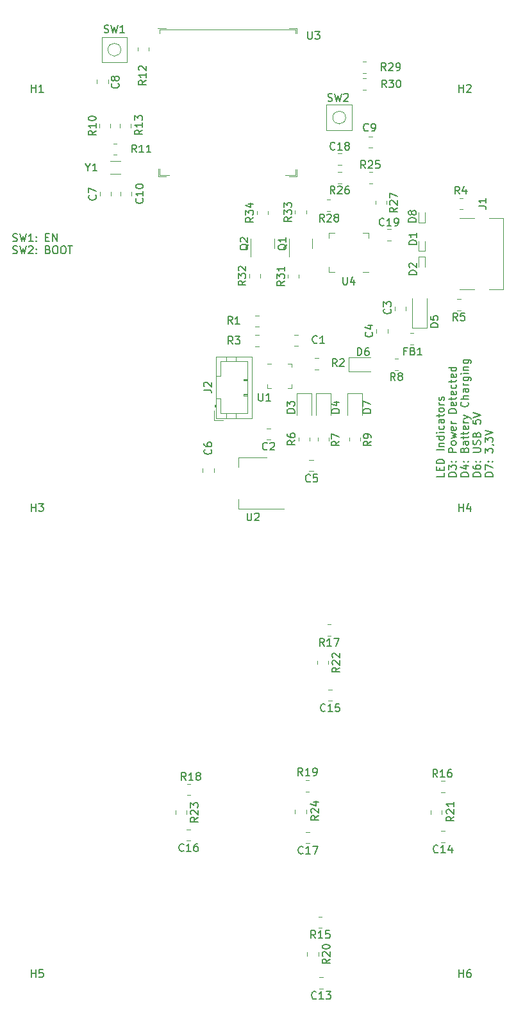
<source format=gbr>
%TF.GenerationSoftware,KiCad,Pcbnew,(6.0.0)*%
%TF.CreationDate,2024-11-08T15:45:11-05:00*%
%TF.ProjectId,sensor-hub,73656e73-6f72-42d6-9875-622e6b696361,rev?*%
%TF.SameCoordinates,Original*%
%TF.FileFunction,Legend,Top*%
%TF.FilePolarity,Positive*%
%FSLAX46Y46*%
G04 Gerber Fmt 4.6, Leading zero omitted, Abs format (unit mm)*
G04 Created by KiCad (PCBNEW (6.0.0)) date 2024-11-08 15:45:11*
%MOMM*%
%LPD*%
G01*
G04 APERTURE LIST*
%ADD10C,0.150000*%
%ADD11C,0.120000*%
G04 APERTURE END LIST*
D10*
X79287976Y-54599761D02*
X79430833Y-54647380D01*
X79668928Y-54647380D01*
X79764166Y-54599761D01*
X79811785Y-54552142D01*
X79859404Y-54456904D01*
X79859404Y-54361666D01*
X79811785Y-54266428D01*
X79764166Y-54218809D01*
X79668928Y-54171190D01*
X79478452Y-54123571D01*
X79383214Y-54075952D01*
X79335595Y-54028333D01*
X79287976Y-53933095D01*
X79287976Y-53837857D01*
X79335595Y-53742619D01*
X79383214Y-53695000D01*
X79478452Y-53647380D01*
X79716547Y-53647380D01*
X79859404Y-53695000D01*
X80192738Y-53647380D02*
X80430833Y-54647380D01*
X80621309Y-53933095D01*
X80811785Y-54647380D01*
X81049880Y-53647380D01*
X81954642Y-54647380D02*
X81383214Y-54647380D01*
X81668928Y-54647380D02*
X81668928Y-53647380D01*
X81573690Y-53790238D01*
X81478452Y-53885476D01*
X81383214Y-53933095D01*
X82383214Y-54552142D02*
X82430833Y-54599761D01*
X82383214Y-54647380D01*
X82335595Y-54599761D01*
X82383214Y-54552142D01*
X82383214Y-54647380D01*
X82383214Y-54028333D02*
X82430833Y-54075952D01*
X82383214Y-54123571D01*
X82335595Y-54075952D01*
X82383214Y-54028333D01*
X82383214Y-54123571D01*
X83621309Y-54123571D02*
X83954642Y-54123571D01*
X84097500Y-54647380D02*
X83621309Y-54647380D01*
X83621309Y-53647380D01*
X84097500Y-53647380D01*
X84526071Y-54647380D02*
X84526071Y-53647380D01*
X85097500Y-54647380D01*
X85097500Y-53647380D01*
X79287976Y-56209761D02*
X79430833Y-56257380D01*
X79668928Y-56257380D01*
X79764166Y-56209761D01*
X79811785Y-56162142D01*
X79859404Y-56066904D01*
X79859404Y-55971666D01*
X79811785Y-55876428D01*
X79764166Y-55828809D01*
X79668928Y-55781190D01*
X79478452Y-55733571D01*
X79383214Y-55685952D01*
X79335595Y-55638333D01*
X79287976Y-55543095D01*
X79287976Y-55447857D01*
X79335595Y-55352619D01*
X79383214Y-55305000D01*
X79478452Y-55257380D01*
X79716547Y-55257380D01*
X79859404Y-55305000D01*
X80192738Y-55257380D02*
X80430833Y-56257380D01*
X80621309Y-55543095D01*
X80811785Y-56257380D01*
X81049880Y-55257380D01*
X81383214Y-55352619D02*
X81430833Y-55305000D01*
X81526071Y-55257380D01*
X81764166Y-55257380D01*
X81859404Y-55305000D01*
X81907023Y-55352619D01*
X81954642Y-55447857D01*
X81954642Y-55543095D01*
X81907023Y-55685952D01*
X81335595Y-56257380D01*
X81954642Y-56257380D01*
X82383214Y-56162142D02*
X82430833Y-56209761D01*
X82383214Y-56257380D01*
X82335595Y-56209761D01*
X82383214Y-56162142D01*
X82383214Y-56257380D01*
X82383214Y-55638333D02*
X82430833Y-55685952D01*
X82383214Y-55733571D01*
X82335595Y-55685952D01*
X82383214Y-55638333D01*
X82383214Y-55733571D01*
X83954642Y-55733571D02*
X84097500Y-55781190D01*
X84145119Y-55828809D01*
X84192738Y-55924047D01*
X84192738Y-56066904D01*
X84145119Y-56162142D01*
X84097500Y-56209761D01*
X84002261Y-56257380D01*
X83621309Y-56257380D01*
X83621309Y-55257380D01*
X83954642Y-55257380D01*
X84049880Y-55305000D01*
X84097500Y-55352619D01*
X84145119Y-55447857D01*
X84145119Y-55543095D01*
X84097500Y-55638333D01*
X84049880Y-55685952D01*
X83954642Y-55733571D01*
X83621309Y-55733571D01*
X84811785Y-55257380D02*
X85002261Y-55257380D01*
X85097500Y-55305000D01*
X85192738Y-55400238D01*
X85240357Y-55590714D01*
X85240357Y-55924047D01*
X85192738Y-56114523D01*
X85097500Y-56209761D01*
X85002261Y-56257380D01*
X84811785Y-56257380D01*
X84716547Y-56209761D01*
X84621309Y-56114523D01*
X84573690Y-55924047D01*
X84573690Y-55590714D01*
X84621309Y-55400238D01*
X84716547Y-55305000D01*
X84811785Y-55257380D01*
X85859404Y-55257380D02*
X86049880Y-55257380D01*
X86145119Y-55305000D01*
X86240357Y-55400238D01*
X86287976Y-55590714D01*
X86287976Y-55924047D01*
X86240357Y-56114523D01*
X86145119Y-56209761D01*
X86049880Y-56257380D01*
X85859404Y-56257380D01*
X85764166Y-56209761D01*
X85668928Y-56114523D01*
X85621309Y-55924047D01*
X85621309Y-55590714D01*
X85668928Y-55400238D01*
X85764166Y-55305000D01*
X85859404Y-55257380D01*
X86573690Y-55257380D02*
X87145119Y-55257380D01*
X86859404Y-56257380D02*
X86859404Y-55257380D01*
X136232380Y-85188214D02*
X136232380Y-85664404D01*
X135232380Y-85664404D01*
X135708571Y-84854880D02*
X135708571Y-84521547D01*
X136232380Y-84378690D02*
X136232380Y-84854880D01*
X135232380Y-84854880D01*
X135232380Y-84378690D01*
X136232380Y-83950119D02*
X135232380Y-83950119D01*
X135232380Y-83712023D01*
X135280000Y-83569166D01*
X135375238Y-83473928D01*
X135470476Y-83426309D01*
X135660952Y-83378690D01*
X135803809Y-83378690D01*
X135994285Y-83426309D01*
X136089523Y-83473928D01*
X136184761Y-83569166D01*
X136232380Y-83712023D01*
X136232380Y-83950119D01*
X136232380Y-82188214D02*
X135232380Y-82188214D01*
X135565714Y-81712023D02*
X136232380Y-81712023D01*
X135660952Y-81712023D02*
X135613333Y-81664404D01*
X135565714Y-81569166D01*
X135565714Y-81426309D01*
X135613333Y-81331071D01*
X135708571Y-81283452D01*
X136232380Y-81283452D01*
X136232380Y-80378690D02*
X135232380Y-80378690D01*
X136184761Y-80378690D02*
X136232380Y-80473928D01*
X136232380Y-80664404D01*
X136184761Y-80759642D01*
X136137142Y-80807261D01*
X136041904Y-80854880D01*
X135756190Y-80854880D01*
X135660952Y-80807261D01*
X135613333Y-80759642D01*
X135565714Y-80664404D01*
X135565714Y-80473928D01*
X135613333Y-80378690D01*
X136232380Y-79902500D02*
X135565714Y-79902500D01*
X135232380Y-79902500D02*
X135280000Y-79950119D01*
X135327619Y-79902500D01*
X135280000Y-79854880D01*
X135232380Y-79902500D01*
X135327619Y-79902500D01*
X136184761Y-78997738D02*
X136232380Y-79092976D01*
X136232380Y-79283452D01*
X136184761Y-79378690D01*
X136137142Y-79426309D01*
X136041904Y-79473928D01*
X135756190Y-79473928D01*
X135660952Y-79426309D01*
X135613333Y-79378690D01*
X135565714Y-79283452D01*
X135565714Y-79092976D01*
X135613333Y-78997738D01*
X136232380Y-78140595D02*
X135708571Y-78140595D01*
X135613333Y-78188214D01*
X135565714Y-78283452D01*
X135565714Y-78473928D01*
X135613333Y-78569166D01*
X136184761Y-78140595D02*
X136232380Y-78235833D01*
X136232380Y-78473928D01*
X136184761Y-78569166D01*
X136089523Y-78616785D01*
X135994285Y-78616785D01*
X135899047Y-78569166D01*
X135851428Y-78473928D01*
X135851428Y-78235833D01*
X135803809Y-78140595D01*
X135565714Y-77807261D02*
X135565714Y-77426309D01*
X135232380Y-77664404D02*
X136089523Y-77664404D01*
X136184761Y-77616785D01*
X136232380Y-77521547D01*
X136232380Y-77426309D01*
X136232380Y-76950119D02*
X136184761Y-77045357D01*
X136137142Y-77092976D01*
X136041904Y-77140595D01*
X135756190Y-77140595D01*
X135660952Y-77092976D01*
X135613333Y-77045357D01*
X135565714Y-76950119D01*
X135565714Y-76807261D01*
X135613333Y-76712023D01*
X135660952Y-76664404D01*
X135756190Y-76616785D01*
X136041904Y-76616785D01*
X136137142Y-76664404D01*
X136184761Y-76712023D01*
X136232380Y-76807261D01*
X136232380Y-76950119D01*
X136232380Y-76188214D02*
X135565714Y-76188214D01*
X135756190Y-76188214D02*
X135660952Y-76140595D01*
X135613333Y-76092976D01*
X135565714Y-75997738D01*
X135565714Y-75902500D01*
X136184761Y-75616785D02*
X136232380Y-75521547D01*
X136232380Y-75331071D01*
X136184761Y-75235833D01*
X136089523Y-75188214D01*
X136041904Y-75188214D01*
X135946666Y-75235833D01*
X135899047Y-75331071D01*
X135899047Y-75473928D01*
X135851428Y-75569166D01*
X135756190Y-75616785D01*
X135708571Y-75616785D01*
X135613333Y-75569166D01*
X135565714Y-75473928D01*
X135565714Y-75331071D01*
X135613333Y-75235833D01*
X137842380Y-85664404D02*
X136842380Y-85664404D01*
X136842380Y-85426309D01*
X136890000Y-85283452D01*
X136985238Y-85188214D01*
X137080476Y-85140595D01*
X137270952Y-85092976D01*
X137413809Y-85092976D01*
X137604285Y-85140595D01*
X137699523Y-85188214D01*
X137794761Y-85283452D01*
X137842380Y-85426309D01*
X137842380Y-85664404D01*
X136842380Y-84759642D02*
X136842380Y-84140595D01*
X137223333Y-84473928D01*
X137223333Y-84331071D01*
X137270952Y-84235833D01*
X137318571Y-84188214D01*
X137413809Y-84140595D01*
X137651904Y-84140595D01*
X137747142Y-84188214D01*
X137794761Y-84235833D01*
X137842380Y-84331071D01*
X137842380Y-84616785D01*
X137794761Y-84712023D01*
X137747142Y-84759642D01*
X137747142Y-83712023D02*
X137794761Y-83664404D01*
X137842380Y-83712023D01*
X137794761Y-83759642D01*
X137747142Y-83712023D01*
X137842380Y-83712023D01*
X137223333Y-83712023D02*
X137270952Y-83664404D01*
X137318571Y-83712023D01*
X137270952Y-83759642D01*
X137223333Y-83712023D01*
X137318571Y-83712023D01*
X137842380Y-82473928D02*
X136842380Y-82473928D01*
X136842380Y-82092976D01*
X136890000Y-81997738D01*
X136937619Y-81950119D01*
X137032857Y-81902500D01*
X137175714Y-81902500D01*
X137270952Y-81950119D01*
X137318571Y-81997738D01*
X137366190Y-82092976D01*
X137366190Y-82473928D01*
X137842380Y-81331071D02*
X137794761Y-81426309D01*
X137747142Y-81473928D01*
X137651904Y-81521547D01*
X137366190Y-81521547D01*
X137270952Y-81473928D01*
X137223333Y-81426309D01*
X137175714Y-81331071D01*
X137175714Y-81188214D01*
X137223333Y-81092976D01*
X137270952Y-81045357D01*
X137366190Y-80997738D01*
X137651904Y-80997738D01*
X137747142Y-81045357D01*
X137794761Y-81092976D01*
X137842380Y-81188214D01*
X137842380Y-81331071D01*
X137175714Y-80664404D02*
X137842380Y-80473928D01*
X137366190Y-80283452D01*
X137842380Y-80092976D01*
X137175714Y-79902500D01*
X137794761Y-79140595D02*
X137842380Y-79235833D01*
X137842380Y-79426309D01*
X137794761Y-79521547D01*
X137699523Y-79569166D01*
X137318571Y-79569166D01*
X137223333Y-79521547D01*
X137175714Y-79426309D01*
X137175714Y-79235833D01*
X137223333Y-79140595D01*
X137318571Y-79092976D01*
X137413809Y-79092976D01*
X137509047Y-79569166D01*
X137842380Y-78664404D02*
X137175714Y-78664404D01*
X137366190Y-78664404D02*
X137270952Y-78616785D01*
X137223333Y-78569166D01*
X137175714Y-78473928D01*
X137175714Y-78378690D01*
X137842380Y-77283452D02*
X136842380Y-77283452D01*
X136842380Y-77045357D01*
X136890000Y-76902500D01*
X136985238Y-76807261D01*
X137080476Y-76759642D01*
X137270952Y-76712023D01*
X137413809Y-76712023D01*
X137604285Y-76759642D01*
X137699523Y-76807261D01*
X137794761Y-76902500D01*
X137842380Y-77045357D01*
X137842380Y-77283452D01*
X137794761Y-75902500D02*
X137842380Y-75997738D01*
X137842380Y-76188214D01*
X137794761Y-76283452D01*
X137699523Y-76331071D01*
X137318571Y-76331071D01*
X137223333Y-76283452D01*
X137175714Y-76188214D01*
X137175714Y-75997738D01*
X137223333Y-75902500D01*
X137318571Y-75854880D01*
X137413809Y-75854880D01*
X137509047Y-76331071D01*
X137175714Y-75569166D02*
X137175714Y-75188214D01*
X136842380Y-75426309D02*
X137699523Y-75426309D01*
X137794761Y-75378690D01*
X137842380Y-75283452D01*
X137842380Y-75188214D01*
X137794761Y-74473928D02*
X137842380Y-74569166D01*
X137842380Y-74759642D01*
X137794761Y-74854880D01*
X137699523Y-74902500D01*
X137318571Y-74902500D01*
X137223333Y-74854880D01*
X137175714Y-74759642D01*
X137175714Y-74569166D01*
X137223333Y-74473928D01*
X137318571Y-74426309D01*
X137413809Y-74426309D01*
X137509047Y-74902500D01*
X137794761Y-73569166D02*
X137842380Y-73664404D01*
X137842380Y-73854880D01*
X137794761Y-73950119D01*
X137747142Y-73997738D01*
X137651904Y-74045357D01*
X137366190Y-74045357D01*
X137270952Y-73997738D01*
X137223333Y-73950119D01*
X137175714Y-73854880D01*
X137175714Y-73664404D01*
X137223333Y-73569166D01*
X137175714Y-73283452D02*
X137175714Y-72902500D01*
X136842380Y-73140595D02*
X137699523Y-73140595D01*
X137794761Y-73092976D01*
X137842380Y-72997738D01*
X137842380Y-72902500D01*
X137794761Y-72188214D02*
X137842380Y-72283452D01*
X137842380Y-72473928D01*
X137794761Y-72569166D01*
X137699523Y-72616785D01*
X137318571Y-72616785D01*
X137223333Y-72569166D01*
X137175714Y-72473928D01*
X137175714Y-72283452D01*
X137223333Y-72188214D01*
X137318571Y-72140595D01*
X137413809Y-72140595D01*
X137509047Y-72616785D01*
X137842380Y-71283452D02*
X136842380Y-71283452D01*
X137794761Y-71283452D02*
X137842380Y-71378690D01*
X137842380Y-71569166D01*
X137794761Y-71664404D01*
X137747142Y-71712023D01*
X137651904Y-71759642D01*
X137366190Y-71759642D01*
X137270952Y-71712023D01*
X137223333Y-71664404D01*
X137175714Y-71569166D01*
X137175714Y-71378690D01*
X137223333Y-71283452D01*
X139452380Y-85664404D02*
X138452380Y-85664404D01*
X138452380Y-85426309D01*
X138500000Y-85283452D01*
X138595238Y-85188214D01*
X138690476Y-85140595D01*
X138880952Y-85092976D01*
X139023809Y-85092976D01*
X139214285Y-85140595D01*
X139309523Y-85188214D01*
X139404761Y-85283452D01*
X139452380Y-85426309D01*
X139452380Y-85664404D01*
X138785714Y-84235833D02*
X139452380Y-84235833D01*
X138404761Y-84473928D02*
X139119047Y-84712023D01*
X139119047Y-84092976D01*
X139357142Y-83712023D02*
X139404761Y-83664404D01*
X139452380Y-83712023D01*
X139404761Y-83759642D01*
X139357142Y-83712023D01*
X139452380Y-83712023D01*
X138833333Y-83712023D02*
X138880952Y-83664404D01*
X138928571Y-83712023D01*
X138880952Y-83759642D01*
X138833333Y-83712023D01*
X138928571Y-83712023D01*
X138928571Y-82140595D02*
X138976190Y-81997738D01*
X139023809Y-81950119D01*
X139119047Y-81902500D01*
X139261904Y-81902500D01*
X139357142Y-81950119D01*
X139404761Y-81997738D01*
X139452380Y-82092976D01*
X139452380Y-82473928D01*
X138452380Y-82473928D01*
X138452380Y-82140595D01*
X138500000Y-82045357D01*
X138547619Y-81997738D01*
X138642857Y-81950119D01*
X138738095Y-81950119D01*
X138833333Y-81997738D01*
X138880952Y-82045357D01*
X138928571Y-82140595D01*
X138928571Y-82473928D01*
X139452380Y-81045357D02*
X138928571Y-81045357D01*
X138833333Y-81092976D01*
X138785714Y-81188214D01*
X138785714Y-81378690D01*
X138833333Y-81473928D01*
X139404761Y-81045357D02*
X139452380Y-81140595D01*
X139452380Y-81378690D01*
X139404761Y-81473928D01*
X139309523Y-81521547D01*
X139214285Y-81521547D01*
X139119047Y-81473928D01*
X139071428Y-81378690D01*
X139071428Y-81140595D01*
X139023809Y-81045357D01*
X138785714Y-80712023D02*
X138785714Y-80331071D01*
X138452380Y-80569166D02*
X139309523Y-80569166D01*
X139404761Y-80521547D01*
X139452380Y-80426309D01*
X139452380Y-80331071D01*
X138785714Y-80140595D02*
X138785714Y-79759642D01*
X138452380Y-79997738D02*
X139309523Y-79997738D01*
X139404761Y-79950119D01*
X139452380Y-79854880D01*
X139452380Y-79759642D01*
X139404761Y-79045357D02*
X139452380Y-79140595D01*
X139452380Y-79331071D01*
X139404761Y-79426309D01*
X139309523Y-79473928D01*
X138928571Y-79473928D01*
X138833333Y-79426309D01*
X138785714Y-79331071D01*
X138785714Y-79140595D01*
X138833333Y-79045357D01*
X138928571Y-78997738D01*
X139023809Y-78997738D01*
X139119047Y-79473928D01*
X139452380Y-78569166D02*
X138785714Y-78569166D01*
X138976190Y-78569166D02*
X138880952Y-78521547D01*
X138833333Y-78473928D01*
X138785714Y-78378690D01*
X138785714Y-78283452D01*
X138785714Y-78045357D02*
X139452380Y-77807261D01*
X138785714Y-77569166D02*
X139452380Y-77807261D01*
X139690476Y-77902500D01*
X139738095Y-77950119D01*
X139785714Y-78045357D01*
X139357142Y-75854880D02*
X139404761Y-75902500D01*
X139452380Y-76045357D01*
X139452380Y-76140595D01*
X139404761Y-76283452D01*
X139309523Y-76378690D01*
X139214285Y-76426309D01*
X139023809Y-76473928D01*
X138880952Y-76473928D01*
X138690476Y-76426309D01*
X138595238Y-76378690D01*
X138500000Y-76283452D01*
X138452380Y-76140595D01*
X138452380Y-76045357D01*
X138500000Y-75902500D01*
X138547619Y-75854880D01*
X139452380Y-75426309D02*
X138452380Y-75426309D01*
X139452380Y-74997738D02*
X138928571Y-74997738D01*
X138833333Y-75045357D01*
X138785714Y-75140595D01*
X138785714Y-75283452D01*
X138833333Y-75378690D01*
X138880952Y-75426309D01*
X139452380Y-74092976D02*
X138928571Y-74092976D01*
X138833333Y-74140595D01*
X138785714Y-74235833D01*
X138785714Y-74426309D01*
X138833333Y-74521547D01*
X139404761Y-74092976D02*
X139452380Y-74188214D01*
X139452380Y-74426309D01*
X139404761Y-74521547D01*
X139309523Y-74569166D01*
X139214285Y-74569166D01*
X139119047Y-74521547D01*
X139071428Y-74426309D01*
X139071428Y-74188214D01*
X139023809Y-74092976D01*
X139452380Y-73616785D02*
X138785714Y-73616785D01*
X138976190Y-73616785D02*
X138880952Y-73569166D01*
X138833333Y-73521547D01*
X138785714Y-73426309D01*
X138785714Y-73331071D01*
X138785714Y-72569166D02*
X139595238Y-72569166D01*
X139690476Y-72616785D01*
X139738095Y-72664404D01*
X139785714Y-72759642D01*
X139785714Y-72902500D01*
X139738095Y-72997738D01*
X139404761Y-72569166D02*
X139452380Y-72664404D01*
X139452380Y-72854880D01*
X139404761Y-72950119D01*
X139357142Y-72997738D01*
X139261904Y-73045357D01*
X138976190Y-73045357D01*
X138880952Y-72997738D01*
X138833333Y-72950119D01*
X138785714Y-72854880D01*
X138785714Y-72664404D01*
X138833333Y-72569166D01*
X139452380Y-72092976D02*
X138785714Y-72092976D01*
X138452380Y-72092976D02*
X138500000Y-72140595D01*
X138547619Y-72092976D01*
X138500000Y-72045357D01*
X138452380Y-72092976D01*
X138547619Y-72092976D01*
X138785714Y-71616785D02*
X139452380Y-71616785D01*
X138880952Y-71616785D02*
X138833333Y-71569166D01*
X138785714Y-71473928D01*
X138785714Y-71331071D01*
X138833333Y-71235833D01*
X138928571Y-71188214D01*
X139452380Y-71188214D01*
X138785714Y-70283452D02*
X139595238Y-70283452D01*
X139690476Y-70331071D01*
X139738095Y-70378690D01*
X139785714Y-70473928D01*
X139785714Y-70616785D01*
X139738095Y-70712023D01*
X139404761Y-70283452D02*
X139452380Y-70378690D01*
X139452380Y-70569166D01*
X139404761Y-70664404D01*
X139357142Y-70712023D01*
X139261904Y-70759642D01*
X138976190Y-70759642D01*
X138880952Y-70712023D01*
X138833333Y-70664404D01*
X138785714Y-70569166D01*
X138785714Y-70378690D01*
X138833333Y-70283452D01*
X141062380Y-85664404D02*
X140062380Y-85664404D01*
X140062380Y-85426309D01*
X140110000Y-85283452D01*
X140205238Y-85188214D01*
X140300476Y-85140595D01*
X140490952Y-85092976D01*
X140633809Y-85092976D01*
X140824285Y-85140595D01*
X140919523Y-85188214D01*
X141014761Y-85283452D01*
X141062380Y-85426309D01*
X141062380Y-85664404D01*
X140062380Y-84235833D02*
X140062380Y-84426309D01*
X140110000Y-84521547D01*
X140157619Y-84569166D01*
X140300476Y-84664404D01*
X140490952Y-84712023D01*
X140871904Y-84712023D01*
X140967142Y-84664404D01*
X141014761Y-84616785D01*
X141062380Y-84521547D01*
X141062380Y-84331071D01*
X141014761Y-84235833D01*
X140967142Y-84188214D01*
X140871904Y-84140595D01*
X140633809Y-84140595D01*
X140538571Y-84188214D01*
X140490952Y-84235833D01*
X140443333Y-84331071D01*
X140443333Y-84521547D01*
X140490952Y-84616785D01*
X140538571Y-84664404D01*
X140633809Y-84712023D01*
X140967142Y-83712023D02*
X141014761Y-83664404D01*
X141062380Y-83712023D01*
X141014761Y-83759642D01*
X140967142Y-83712023D01*
X141062380Y-83712023D01*
X140443333Y-83712023D02*
X140490952Y-83664404D01*
X140538571Y-83712023D01*
X140490952Y-83759642D01*
X140443333Y-83712023D01*
X140538571Y-83712023D01*
X140062380Y-82473928D02*
X140871904Y-82473928D01*
X140967142Y-82426309D01*
X141014761Y-82378690D01*
X141062380Y-82283452D01*
X141062380Y-82092976D01*
X141014761Y-81997738D01*
X140967142Y-81950119D01*
X140871904Y-81902500D01*
X140062380Y-81902500D01*
X141014761Y-81473928D02*
X141062380Y-81331071D01*
X141062380Y-81092976D01*
X141014761Y-80997738D01*
X140967142Y-80950119D01*
X140871904Y-80902500D01*
X140776666Y-80902500D01*
X140681428Y-80950119D01*
X140633809Y-80997738D01*
X140586190Y-81092976D01*
X140538571Y-81283452D01*
X140490952Y-81378690D01*
X140443333Y-81426309D01*
X140348095Y-81473928D01*
X140252857Y-81473928D01*
X140157619Y-81426309D01*
X140110000Y-81378690D01*
X140062380Y-81283452D01*
X140062380Y-81045357D01*
X140110000Y-80902500D01*
X140538571Y-80140595D02*
X140586190Y-79997738D01*
X140633809Y-79950119D01*
X140729047Y-79902500D01*
X140871904Y-79902500D01*
X140967142Y-79950119D01*
X141014761Y-79997738D01*
X141062380Y-80092976D01*
X141062380Y-80473928D01*
X140062380Y-80473928D01*
X140062380Y-80140595D01*
X140110000Y-80045357D01*
X140157619Y-79997738D01*
X140252857Y-79950119D01*
X140348095Y-79950119D01*
X140443333Y-79997738D01*
X140490952Y-80045357D01*
X140538571Y-80140595D01*
X140538571Y-80473928D01*
X140062380Y-78235833D02*
X140062380Y-78712023D01*
X140538571Y-78759642D01*
X140490952Y-78712023D01*
X140443333Y-78616785D01*
X140443333Y-78378690D01*
X140490952Y-78283452D01*
X140538571Y-78235833D01*
X140633809Y-78188214D01*
X140871904Y-78188214D01*
X140967142Y-78235833D01*
X141014761Y-78283452D01*
X141062380Y-78378690D01*
X141062380Y-78616785D01*
X141014761Y-78712023D01*
X140967142Y-78759642D01*
X140062380Y-77902500D02*
X141062380Y-77569166D01*
X140062380Y-77235833D01*
X142672380Y-85664404D02*
X141672380Y-85664404D01*
X141672380Y-85426309D01*
X141720000Y-85283452D01*
X141815238Y-85188214D01*
X141910476Y-85140595D01*
X142100952Y-85092976D01*
X142243809Y-85092976D01*
X142434285Y-85140595D01*
X142529523Y-85188214D01*
X142624761Y-85283452D01*
X142672380Y-85426309D01*
X142672380Y-85664404D01*
X141672380Y-84759642D02*
X141672380Y-84092976D01*
X142672380Y-84521547D01*
X142577142Y-83712023D02*
X142624761Y-83664404D01*
X142672380Y-83712023D01*
X142624761Y-83759642D01*
X142577142Y-83712023D01*
X142672380Y-83712023D01*
X142053333Y-83712023D02*
X142100952Y-83664404D01*
X142148571Y-83712023D01*
X142100952Y-83759642D01*
X142053333Y-83712023D01*
X142148571Y-83712023D01*
X141672380Y-82569166D02*
X141672380Y-81950119D01*
X142053333Y-82283452D01*
X142053333Y-82140595D01*
X142100952Y-82045357D01*
X142148571Y-81997738D01*
X142243809Y-81950119D01*
X142481904Y-81950119D01*
X142577142Y-81997738D01*
X142624761Y-82045357D01*
X142672380Y-82140595D01*
X142672380Y-82426309D01*
X142624761Y-82521547D01*
X142577142Y-82569166D01*
X142624761Y-81473928D02*
X142672380Y-81473928D01*
X142767619Y-81521547D01*
X142815238Y-81569166D01*
X141672380Y-81140595D02*
X141672380Y-80521547D01*
X142053333Y-80854880D01*
X142053333Y-80712023D01*
X142100952Y-80616785D01*
X142148571Y-80569166D01*
X142243809Y-80521547D01*
X142481904Y-80521547D01*
X142577142Y-80569166D01*
X142624761Y-80616785D01*
X142672380Y-80712023D01*
X142672380Y-80997738D01*
X142624761Y-81092976D01*
X142577142Y-81140595D01*
X141672380Y-80235833D02*
X142672380Y-79902500D01*
X141672380Y-79569166D01*
%TO.C,D5*%
X135452380Y-65988095D02*
X134452380Y-65988095D01*
X134452380Y-65750000D01*
X134500000Y-65607142D01*
X134595238Y-65511904D01*
X134690476Y-65464285D01*
X134880952Y-65416666D01*
X135023809Y-65416666D01*
X135214285Y-65464285D01*
X135309523Y-65511904D01*
X135404761Y-65607142D01*
X135452380Y-65750000D01*
X135452380Y-65988095D01*
X134452380Y-64511904D02*
X134452380Y-64988095D01*
X134928571Y-65035714D01*
X134880952Y-64988095D01*
X134833333Y-64892857D01*
X134833333Y-64654761D01*
X134880952Y-64559523D01*
X134928571Y-64511904D01*
X135023809Y-64464285D01*
X135261904Y-64464285D01*
X135357142Y-64511904D01*
X135404761Y-64559523D01*
X135452380Y-64654761D01*
X135452380Y-64892857D01*
X135404761Y-64988095D01*
X135357142Y-65035714D01*
%TO.C,J1*%
X140802380Y-49983333D02*
X141516666Y-49983333D01*
X141659523Y-50030952D01*
X141754761Y-50126190D01*
X141802380Y-50269047D01*
X141802380Y-50364285D01*
X141802380Y-48983333D02*
X141802380Y-49554761D01*
X141802380Y-49269047D02*
X140802380Y-49269047D01*
X140945238Y-49364285D01*
X141040476Y-49459523D01*
X141088095Y-49554761D01*
%TO.C,C1*%
X119483333Y-68007142D02*
X119435714Y-68054761D01*
X119292857Y-68102380D01*
X119197619Y-68102380D01*
X119054761Y-68054761D01*
X118959523Y-67959523D01*
X118911904Y-67864285D01*
X118864285Y-67673809D01*
X118864285Y-67530952D01*
X118911904Y-67340476D01*
X118959523Y-67245238D01*
X119054761Y-67150000D01*
X119197619Y-67102380D01*
X119292857Y-67102380D01*
X119435714Y-67150000D01*
X119483333Y-67197619D01*
X120435714Y-68102380D02*
X119864285Y-68102380D01*
X120150000Y-68102380D02*
X120150000Y-67102380D01*
X120054761Y-67245238D01*
X119959523Y-67340476D01*
X119864285Y-67388095D01*
%TO.C,D8*%
X132552380Y-52088095D02*
X131552380Y-52088095D01*
X131552380Y-51850000D01*
X131600000Y-51707142D01*
X131695238Y-51611904D01*
X131790476Y-51564285D01*
X131980952Y-51516666D01*
X132123809Y-51516666D01*
X132314285Y-51564285D01*
X132409523Y-51611904D01*
X132504761Y-51707142D01*
X132552380Y-51850000D01*
X132552380Y-52088095D01*
X131980952Y-50945238D02*
X131933333Y-51040476D01*
X131885714Y-51088095D01*
X131790476Y-51135714D01*
X131742857Y-51135714D01*
X131647619Y-51088095D01*
X131600000Y-51040476D01*
X131552380Y-50945238D01*
X131552380Y-50754761D01*
X131600000Y-50659523D01*
X131647619Y-50611904D01*
X131742857Y-50564285D01*
X131790476Y-50564285D01*
X131885714Y-50611904D01*
X131933333Y-50659523D01*
X131980952Y-50754761D01*
X131980952Y-50945238D01*
X132028571Y-51040476D01*
X132076190Y-51088095D01*
X132171428Y-51135714D01*
X132361904Y-51135714D01*
X132457142Y-51088095D01*
X132504761Y-51040476D01*
X132552380Y-50945238D01*
X132552380Y-50754761D01*
X132504761Y-50659523D01*
X132457142Y-50611904D01*
X132361904Y-50564285D01*
X132171428Y-50564285D01*
X132076190Y-50611904D01*
X132028571Y-50659523D01*
X131980952Y-50754761D01*
%TO.C,R1*%
X108283333Y-65552380D02*
X107950000Y-65076190D01*
X107711904Y-65552380D02*
X107711904Y-64552380D01*
X108092857Y-64552380D01*
X108188095Y-64600000D01*
X108235714Y-64647619D01*
X108283333Y-64742857D01*
X108283333Y-64885714D01*
X108235714Y-64980952D01*
X108188095Y-65028571D01*
X108092857Y-65076190D01*
X107711904Y-65076190D01*
X109235714Y-65552380D02*
X108664285Y-65552380D01*
X108950000Y-65552380D02*
X108950000Y-64552380D01*
X108854761Y-64695238D01*
X108759523Y-64790476D01*
X108664285Y-64838095D01*
%TO.C,C4*%
X126727142Y-66616666D02*
X126774761Y-66664285D01*
X126822380Y-66807142D01*
X126822380Y-66902380D01*
X126774761Y-67045238D01*
X126679523Y-67140476D01*
X126584285Y-67188095D01*
X126393809Y-67235714D01*
X126250952Y-67235714D01*
X126060476Y-67188095D01*
X125965238Y-67140476D01*
X125870000Y-67045238D01*
X125822380Y-66902380D01*
X125822380Y-66807142D01*
X125870000Y-66664285D01*
X125917619Y-66616666D01*
X126155714Y-65759523D02*
X126822380Y-65759523D01*
X125774761Y-65997619D02*
X126489047Y-66235714D01*
X126489047Y-65616666D01*
%TO.C,R17*%
X120407142Y-108052380D02*
X120073809Y-107576190D01*
X119835714Y-108052380D02*
X119835714Y-107052380D01*
X120216666Y-107052380D01*
X120311904Y-107100000D01*
X120359523Y-107147619D01*
X120407142Y-107242857D01*
X120407142Y-107385714D01*
X120359523Y-107480952D01*
X120311904Y-107528571D01*
X120216666Y-107576190D01*
X119835714Y-107576190D01*
X121359523Y-108052380D02*
X120788095Y-108052380D01*
X121073809Y-108052380D02*
X121073809Y-107052380D01*
X120978571Y-107195238D01*
X120883333Y-107290476D01*
X120788095Y-107338095D01*
X121692857Y-107052380D02*
X122359523Y-107052380D01*
X121930952Y-108052380D01*
%TO.C,D2*%
X132602380Y-59038095D02*
X131602380Y-59038095D01*
X131602380Y-58800000D01*
X131650000Y-58657142D01*
X131745238Y-58561904D01*
X131840476Y-58514285D01*
X132030952Y-58466666D01*
X132173809Y-58466666D01*
X132364285Y-58514285D01*
X132459523Y-58561904D01*
X132554761Y-58657142D01*
X132602380Y-58800000D01*
X132602380Y-59038095D01*
X131697619Y-58085714D02*
X131650000Y-58038095D01*
X131602380Y-57942857D01*
X131602380Y-57704761D01*
X131650000Y-57609523D01*
X131697619Y-57561904D01*
X131792857Y-57514285D01*
X131888095Y-57514285D01*
X132030952Y-57561904D01*
X132602380Y-58133333D01*
X132602380Y-57514285D01*
%TO.C,SW2*%
X120916666Y-36104761D02*
X121059523Y-36152380D01*
X121297619Y-36152380D01*
X121392857Y-36104761D01*
X121440476Y-36057142D01*
X121488095Y-35961904D01*
X121488095Y-35866666D01*
X121440476Y-35771428D01*
X121392857Y-35723809D01*
X121297619Y-35676190D01*
X121107142Y-35628571D01*
X121011904Y-35580952D01*
X120964285Y-35533333D01*
X120916666Y-35438095D01*
X120916666Y-35342857D01*
X120964285Y-35247619D01*
X121011904Y-35200000D01*
X121107142Y-35152380D01*
X121345238Y-35152380D01*
X121488095Y-35200000D01*
X121821428Y-35152380D02*
X122059523Y-36152380D01*
X122250000Y-35438095D01*
X122440476Y-36152380D01*
X122678571Y-35152380D01*
X123011904Y-35247619D02*
X123059523Y-35200000D01*
X123154761Y-35152380D01*
X123392857Y-35152380D01*
X123488095Y-35200000D01*
X123535714Y-35247619D01*
X123583333Y-35342857D01*
X123583333Y-35438095D01*
X123535714Y-35580952D01*
X122964285Y-36152380D01*
X123583333Y-36152380D01*
%TO.C,U4*%
X122888095Y-59352380D02*
X122888095Y-60161904D01*
X122935714Y-60257142D01*
X122983333Y-60304761D01*
X123078571Y-60352380D01*
X123269047Y-60352380D01*
X123364285Y-60304761D01*
X123411904Y-60257142D01*
X123459523Y-60161904D01*
X123459523Y-59352380D01*
X124364285Y-59685714D02*
X124364285Y-60352380D01*
X124126190Y-59304761D02*
X123888095Y-60019047D01*
X124507142Y-60019047D01*
%TO.C,R9*%
X126602380Y-81016666D02*
X126126190Y-81350000D01*
X126602380Y-81588095D02*
X125602380Y-81588095D01*
X125602380Y-81207142D01*
X125650000Y-81111904D01*
X125697619Y-81064285D01*
X125792857Y-81016666D01*
X125935714Y-81016666D01*
X126030952Y-81064285D01*
X126078571Y-81111904D01*
X126126190Y-81207142D01*
X126126190Y-81588095D01*
X126602380Y-80540476D02*
X126602380Y-80350000D01*
X126554761Y-80254761D01*
X126507142Y-80207142D01*
X126364285Y-80111904D01*
X126173809Y-80064285D01*
X125792857Y-80064285D01*
X125697619Y-80111904D01*
X125650000Y-80159523D01*
X125602380Y-80254761D01*
X125602380Y-80445238D01*
X125650000Y-80540476D01*
X125697619Y-80588095D01*
X125792857Y-80635714D01*
X126030952Y-80635714D01*
X126126190Y-80588095D01*
X126173809Y-80540476D01*
X126221428Y-80445238D01*
X126221428Y-80254761D01*
X126173809Y-80159523D01*
X126126190Y-80111904D01*
X126030952Y-80064285D01*
%TO.C,R18*%
X102157142Y-125752380D02*
X101823809Y-125276190D01*
X101585714Y-125752380D02*
X101585714Y-124752380D01*
X101966666Y-124752380D01*
X102061904Y-124800000D01*
X102109523Y-124847619D01*
X102157142Y-124942857D01*
X102157142Y-125085714D01*
X102109523Y-125180952D01*
X102061904Y-125228571D01*
X101966666Y-125276190D01*
X101585714Y-125276190D01*
X103109523Y-125752380D02*
X102538095Y-125752380D01*
X102823809Y-125752380D02*
X102823809Y-124752380D01*
X102728571Y-124895238D01*
X102633333Y-124990476D01*
X102538095Y-125038095D01*
X103680952Y-125180952D02*
X103585714Y-125133333D01*
X103538095Y-125085714D01*
X103490476Y-124990476D01*
X103490476Y-124942857D01*
X103538095Y-124847619D01*
X103585714Y-124800000D01*
X103680952Y-124752380D01*
X103871428Y-124752380D01*
X103966666Y-124800000D01*
X104014285Y-124847619D01*
X104061904Y-124942857D01*
X104061904Y-124990476D01*
X104014285Y-125085714D01*
X103966666Y-125133333D01*
X103871428Y-125180952D01*
X103680952Y-125180952D01*
X103585714Y-125228571D01*
X103538095Y-125276190D01*
X103490476Y-125371428D01*
X103490476Y-125561904D01*
X103538095Y-125657142D01*
X103585714Y-125704761D01*
X103680952Y-125752380D01*
X103871428Y-125752380D01*
X103966666Y-125704761D01*
X104014285Y-125657142D01*
X104061904Y-125561904D01*
X104061904Y-125371428D01*
X104014285Y-125276190D01*
X103966666Y-125228571D01*
X103871428Y-125180952D01*
%TO.C,C18*%
X121807142Y-42477142D02*
X121759523Y-42524761D01*
X121616666Y-42572380D01*
X121521428Y-42572380D01*
X121378571Y-42524761D01*
X121283333Y-42429523D01*
X121235714Y-42334285D01*
X121188095Y-42143809D01*
X121188095Y-42000952D01*
X121235714Y-41810476D01*
X121283333Y-41715238D01*
X121378571Y-41620000D01*
X121521428Y-41572380D01*
X121616666Y-41572380D01*
X121759523Y-41620000D01*
X121807142Y-41667619D01*
X122759523Y-42572380D02*
X122188095Y-42572380D01*
X122473809Y-42572380D02*
X122473809Y-41572380D01*
X122378571Y-41715238D01*
X122283333Y-41810476D01*
X122188095Y-41858095D01*
X123330952Y-42000952D02*
X123235714Y-41953333D01*
X123188095Y-41905714D01*
X123140476Y-41810476D01*
X123140476Y-41762857D01*
X123188095Y-41667619D01*
X123235714Y-41620000D01*
X123330952Y-41572380D01*
X123521428Y-41572380D01*
X123616666Y-41620000D01*
X123664285Y-41667619D01*
X123711904Y-41762857D01*
X123711904Y-41810476D01*
X123664285Y-41905714D01*
X123616666Y-41953333D01*
X123521428Y-42000952D01*
X123330952Y-42000952D01*
X123235714Y-42048571D01*
X123188095Y-42096190D01*
X123140476Y-42191428D01*
X123140476Y-42381904D01*
X123188095Y-42477142D01*
X123235714Y-42524761D01*
X123330952Y-42572380D01*
X123521428Y-42572380D01*
X123616666Y-42524761D01*
X123664285Y-42477142D01*
X123711904Y-42381904D01*
X123711904Y-42191428D01*
X123664285Y-42096190D01*
X123616666Y-42048571D01*
X123521428Y-42000952D01*
%TO.C,Q2*%
X110397619Y-55045238D02*
X110350000Y-55140476D01*
X110254761Y-55235714D01*
X110111904Y-55378571D01*
X110064285Y-55473809D01*
X110064285Y-55569047D01*
X110302380Y-55521428D02*
X110254761Y-55616666D01*
X110159523Y-55711904D01*
X109969047Y-55759523D01*
X109635714Y-55759523D01*
X109445238Y-55711904D01*
X109350000Y-55616666D01*
X109302380Y-55521428D01*
X109302380Y-55330952D01*
X109350000Y-55235714D01*
X109445238Y-55140476D01*
X109635714Y-55092857D01*
X109969047Y-55092857D01*
X110159523Y-55140476D01*
X110254761Y-55235714D01*
X110302380Y-55330952D01*
X110302380Y-55521428D01*
X109397619Y-54711904D02*
X109350000Y-54664285D01*
X109302380Y-54569047D01*
X109302380Y-54330952D01*
X109350000Y-54235714D01*
X109397619Y-54188095D01*
X109492857Y-54140476D01*
X109588095Y-54140476D01*
X109730952Y-54188095D01*
X110302380Y-54759523D01*
X110302380Y-54140476D01*
%TO.C,Q1*%
X115447619Y-55045238D02*
X115400000Y-55140476D01*
X115304761Y-55235714D01*
X115161904Y-55378571D01*
X115114285Y-55473809D01*
X115114285Y-55569047D01*
X115352380Y-55521428D02*
X115304761Y-55616666D01*
X115209523Y-55711904D01*
X115019047Y-55759523D01*
X114685714Y-55759523D01*
X114495238Y-55711904D01*
X114400000Y-55616666D01*
X114352380Y-55521428D01*
X114352380Y-55330952D01*
X114400000Y-55235714D01*
X114495238Y-55140476D01*
X114685714Y-55092857D01*
X115019047Y-55092857D01*
X115209523Y-55140476D01*
X115304761Y-55235714D01*
X115352380Y-55330952D01*
X115352380Y-55521428D01*
X115352380Y-54140476D02*
X115352380Y-54711904D01*
X115352380Y-54426190D02*
X114352380Y-54426190D01*
X114495238Y-54521428D01*
X114590476Y-54616666D01*
X114638095Y-54711904D01*
%TO.C,D6*%
X124811904Y-69702380D02*
X124811904Y-68702380D01*
X125050000Y-68702380D01*
X125192857Y-68750000D01*
X125288095Y-68845238D01*
X125335714Y-68940476D01*
X125383333Y-69130952D01*
X125383333Y-69273809D01*
X125335714Y-69464285D01*
X125288095Y-69559523D01*
X125192857Y-69654761D01*
X125050000Y-69702380D01*
X124811904Y-69702380D01*
X126240476Y-68702380D02*
X126050000Y-68702380D01*
X125954761Y-68750000D01*
X125907142Y-68797619D01*
X125811904Y-68940476D01*
X125764285Y-69130952D01*
X125764285Y-69511904D01*
X125811904Y-69607142D01*
X125859523Y-69654761D01*
X125954761Y-69702380D01*
X126145238Y-69702380D01*
X126240476Y-69654761D01*
X126288095Y-69607142D01*
X126335714Y-69511904D01*
X126335714Y-69273809D01*
X126288095Y-69178571D01*
X126240476Y-69130952D01*
X126145238Y-69083333D01*
X125954761Y-69083333D01*
X125859523Y-69130952D01*
X125811904Y-69178571D01*
X125764285Y-69273809D01*
%TO.C,R23*%
X103752380Y-130642857D02*
X103276190Y-130976190D01*
X103752380Y-131214285D02*
X102752380Y-131214285D01*
X102752380Y-130833333D01*
X102800000Y-130738095D01*
X102847619Y-130690476D01*
X102942857Y-130642857D01*
X103085714Y-130642857D01*
X103180952Y-130690476D01*
X103228571Y-130738095D01*
X103276190Y-130833333D01*
X103276190Y-131214285D01*
X102847619Y-130261904D02*
X102800000Y-130214285D01*
X102752380Y-130119047D01*
X102752380Y-129880952D01*
X102800000Y-129785714D01*
X102847619Y-129738095D01*
X102942857Y-129690476D01*
X103038095Y-129690476D01*
X103180952Y-129738095D01*
X103752380Y-130309523D01*
X103752380Y-129690476D01*
X102752380Y-129357142D02*
X102752380Y-128738095D01*
X103133333Y-129071428D01*
X103133333Y-128928571D01*
X103180952Y-128833333D01*
X103228571Y-128785714D01*
X103323809Y-128738095D01*
X103561904Y-128738095D01*
X103657142Y-128785714D01*
X103704761Y-128833333D01*
X103752380Y-128928571D01*
X103752380Y-129214285D01*
X103704761Y-129309523D01*
X103657142Y-129357142D01*
%TO.C,D1*%
X132602380Y-55038095D02*
X131602380Y-55038095D01*
X131602380Y-54800000D01*
X131650000Y-54657142D01*
X131745238Y-54561904D01*
X131840476Y-54514285D01*
X132030952Y-54466666D01*
X132173809Y-54466666D01*
X132364285Y-54514285D01*
X132459523Y-54561904D01*
X132554761Y-54657142D01*
X132602380Y-54800000D01*
X132602380Y-55038095D01*
X132602380Y-53514285D02*
X132602380Y-54085714D01*
X132602380Y-53800000D02*
X131602380Y-53800000D01*
X131745238Y-53895238D01*
X131840476Y-53990476D01*
X131888095Y-54085714D01*
%TO.C,R15*%
X119257142Y-146602380D02*
X118923809Y-146126190D01*
X118685714Y-146602380D02*
X118685714Y-145602380D01*
X119066666Y-145602380D01*
X119161904Y-145650000D01*
X119209523Y-145697619D01*
X119257142Y-145792857D01*
X119257142Y-145935714D01*
X119209523Y-146030952D01*
X119161904Y-146078571D01*
X119066666Y-146126190D01*
X118685714Y-146126190D01*
X120209523Y-146602380D02*
X119638095Y-146602380D01*
X119923809Y-146602380D02*
X119923809Y-145602380D01*
X119828571Y-145745238D01*
X119733333Y-145840476D01*
X119638095Y-145888095D01*
X121114285Y-145602380D02*
X120638095Y-145602380D01*
X120590476Y-146078571D01*
X120638095Y-146030952D01*
X120733333Y-145983333D01*
X120971428Y-145983333D01*
X121066666Y-146030952D01*
X121114285Y-146078571D01*
X121161904Y-146173809D01*
X121161904Y-146411904D01*
X121114285Y-146507142D01*
X121066666Y-146554761D01*
X120971428Y-146602380D01*
X120733333Y-146602380D01*
X120638095Y-146554761D01*
X120590476Y-146507142D01*
%TO.C,C6*%
X105457142Y-82116666D02*
X105504761Y-82164285D01*
X105552380Y-82307142D01*
X105552380Y-82402380D01*
X105504761Y-82545238D01*
X105409523Y-82640476D01*
X105314285Y-82688095D01*
X105123809Y-82735714D01*
X104980952Y-82735714D01*
X104790476Y-82688095D01*
X104695238Y-82640476D01*
X104600000Y-82545238D01*
X104552380Y-82402380D01*
X104552380Y-82307142D01*
X104600000Y-82164285D01*
X104647619Y-82116666D01*
X104552380Y-81259523D02*
X104552380Y-81450000D01*
X104600000Y-81545238D01*
X104647619Y-81592857D01*
X104790476Y-81688095D01*
X104980952Y-81735714D01*
X105361904Y-81735714D01*
X105457142Y-81688095D01*
X105504761Y-81640476D01*
X105552380Y-81545238D01*
X105552380Y-81354761D01*
X105504761Y-81259523D01*
X105457142Y-81211904D01*
X105361904Y-81164285D01*
X105123809Y-81164285D01*
X105028571Y-81211904D01*
X104980952Y-81259523D01*
X104933333Y-81354761D01*
X104933333Y-81545238D01*
X104980952Y-81640476D01*
X105028571Y-81688095D01*
X105123809Y-81735714D01*
%TO.C,C15*%
X120557142Y-116587142D02*
X120509523Y-116634761D01*
X120366666Y-116682380D01*
X120271428Y-116682380D01*
X120128571Y-116634761D01*
X120033333Y-116539523D01*
X119985714Y-116444285D01*
X119938095Y-116253809D01*
X119938095Y-116110952D01*
X119985714Y-115920476D01*
X120033333Y-115825238D01*
X120128571Y-115730000D01*
X120271428Y-115682380D01*
X120366666Y-115682380D01*
X120509523Y-115730000D01*
X120557142Y-115777619D01*
X121509523Y-116682380D02*
X120938095Y-116682380D01*
X121223809Y-116682380D02*
X121223809Y-115682380D01*
X121128571Y-115825238D01*
X121033333Y-115920476D01*
X120938095Y-115968095D01*
X122414285Y-115682380D02*
X121938095Y-115682380D01*
X121890476Y-116158571D01*
X121938095Y-116110952D01*
X122033333Y-116063333D01*
X122271428Y-116063333D01*
X122366666Y-116110952D01*
X122414285Y-116158571D01*
X122461904Y-116253809D01*
X122461904Y-116491904D01*
X122414285Y-116587142D01*
X122366666Y-116634761D01*
X122271428Y-116682380D01*
X122033333Y-116682380D01*
X121938095Y-116634761D01*
X121890476Y-116587142D01*
%TO.C,R6*%
X116552380Y-80916666D02*
X116076190Y-81250000D01*
X116552380Y-81488095D02*
X115552380Y-81488095D01*
X115552380Y-81107142D01*
X115600000Y-81011904D01*
X115647619Y-80964285D01*
X115742857Y-80916666D01*
X115885714Y-80916666D01*
X115980952Y-80964285D01*
X116028571Y-81011904D01*
X116076190Y-81107142D01*
X116076190Y-81488095D01*
X115552380Y-80059523D02*
X115552380Y-80250000D01*
X115600000Y-80345238D01*
X115647619Y-80392857D01*
X115790476Y-80488095D01*
X115980952Y-80535714D01*
X116361904Y-80535714D01*
X116457142Y-80488095D01*
X116504761Y-80440476D01*
X116552380Y-80345238D01*
X116552380Y-80154761D01*
X116504761Y-80059523D01*
X116457142Y-80011904D01*
X116361904Y-79964285D01*
X116123809Y-79964285D01*
X116028571Y-80011904D01*
X115980952Y-80059523D01*
X115933333Y-80154761D01*
X115933333Y-80345238D01*
X115980952Y-80440476D01*
X116028571Y-80488095D01*
X116123809Y-80535714D01*
%TO.C,C5*%
X118583333Y-86307142D02*
X118535714Y-86354761D01*
X118392857Y-86402380D01*
X118297619Y-86402380D01*
X118154761Y-86354761D01*
X118059523Y-86259523D01*
X118011904Y-86164285D01*
X117964285Y-85973809D01*
X117964285Y-85830952D01*
X118011904Y-85640476D01*
X118059523Y-85545238D01*
X118154761Y-85450000D01*
X118297619Y-85402380D01*
X118392857Y-85402380D01*
X118535714Y-85450000D01*
X118583333Y-85497619D01*
X119488095Y-85402380D02*
X119011904Y-85402380D01*
X118964285Y-85878571D01*
X119011904Y-85830952D01*
X119107142Y-85783333D01*
X119345238Y-85783333D01*
X119440476Y-85830952D01*
X119488095Y-85878571D01*
X119535714Y-85973809D01*
X119535714Y-86211904D01*
X119488095Y-86307142D01*
X119440476Y-86354761D01*
X119345238Y-86402380D01*
X119107142Y-86402380D01*
X119011904Y-86354761D01*
X118964285Y-86307142D01*
%TO.C,J2*%
X104502380Y-74233333D02*
X105216666Y-74233333D01*
X105359523Y-74280952D01*
X105454761Y-74376190D01*
X105502380Y-74519047D01*
X105502380Y-74614285D01*
X104597619Y-73804761D02*
X104550000Y-73757142D01*
X104502380Y-73661904D01*
X104502380Y-73423809D01*
X104550000Y-73328571D01*
X104597619Y-73280952D01*
X104692857Y-73233333D01*
X104788095Y-73233333D01*
X104930952Y-73280952D01*
X105502380Y-73852380D01*
X105502380Y-73233333D01*
%TO.C,H3*%
X81738095Y-90252380D02*
X81738095Y-89252380D01*
X81738095Y-89728571D02*
X82309523Y-89728571D01*
X82309523Y-90252380D02*
X82309523Y-89252380D01*
X82690476Y-89252380D02*
X83309523Y-89252380D01*
X82976190Y-89633333D01*
X83119047Y-89633333D01*
X83214285Y-89680952D01*
X83261904Y-89728571D01*
X83309523Y-89823809D01*
X83309523Y-90061904D01*
X83261904Y-90157142D01*
X83214285Y-90204761D01*
X83119047Y-90252380D01*
X82833333Y-90252380D01*
X82738095Y-90204761D01*
X82690476Y-90157142D01*
%TO.C,R3*%
X108333333Y-68202380D02*
X108000000Y-67726190D01*
X107761904Y-68202380D02*
X107761904Y-67202380D01*
X108142857Y-67202380D01*
X108238095Y-67250000D01*
X108285714Y-67297619D01*
X108333333Y-67392857D01*
X108333333Y-67535714D01*
X108285714Y-67630952D01*
X108238095Y-67678571D01*
X108142857Y-67726190D01*
X107761904Y-67726190D01*
X108666666Y-67202380D02*
X109285714Y-67202380D01*
X108952380Y-67583333D01*
X109095238Y-67583333D01*
X109190476Y-67630952D01*
X109238095Y-67678571D01*
X109285714Y-67773809D01*
X109285714Y-68011904D01*
X109238095Y-68107142D01*
X109190476Y-68154761D01*
X109095238Y-68202380D01*
X108809523Y-68202380D01*
X108714285Y-68154761D01*
X108666666Y-68107142D01*
%TO.C,R12*%
X96902380Y-33392857D02*
X96426190Y-33726190D01*
X96902380Y-33964285D02*
X95902380Y-33964285D01*
X95902380Y-33583333D01*
X95950000Y-33488095D01*
X95997619Y-33440476D01*
X96092857Y-33392857D01*
X96235714Y-33392857D01*
X96330952Y-33440476D01*
X96378571Y-33488095D01*
X96426190Y-33583333D01*
X96426190Y-33964285D01*
X96902380Y-32440476D02*
X96902380Y-33011904D01*
X96902380Y-32726190D02*
X95902380Y-32726190D01*
X96045238Y-32821428D01*
X96140476Y-32916666D01*
X96188095Y-33011904D01*
X95997619Y-32059523D02*
X95950000Y-32011904D01*
X95902380Y-31916666D01*
X95902380Y-31678571D01*
X95950000Y-31583333D01*
X95997619Y-31535714D01*
X96092857Y-31488095D01*
X96188095Y-31488095D01*
X96330952Y-31535714D01*
X96902380Y-32107142D01*
X96902380Y-31488095D01*
%TO.C,D7*%
X126552380Y-77288095D02*
X125552380Y-77288095D01*
X125552380Y-77050000D01*
X125600000Y-76907142D01*
X125695238Y-76811904D01*
X125790476Y-76764285D01*
X125980952Y-76716666D01*
X126123809Y-76716666D01*
X126314285Y-76764285D01*
X126409523Y-76811904D01*
X126504761Y-76907142D01*
X126552380Y-77050000D01*
X126552380Y-77288095D01*
X125552380Y-76383333D02*
X125552380Y-75716666D01*
X126552380Y-76145238D01*
%TO.C,C7*%
X90207142Y-48566666D02*
X90254761Y-48614285D01*
X90302380Y-48757142D01*
X90302380Y-48852380D01*
X90254761Y-48995238D01*
X90159523Y-49090476D01*
X90064285Y-49138095D01*
X89873809Y-49185714D01*
X89730952Y-49185714D01*
X89540476Y-49138095D01*
X89445238Y-49090476D01*
X89350000Y-48995238D01*
X89302380Y-48852380D01*
X89302380Y-48757142D01*
X89350000Y-48614285D01*
X89397619Y-48566666D01*
X89302380Y-48233333D02*
X89302380Y-47566666D01*
X90302380Y-47995238D01*
%TO.C,R21*%
X137552380Y-130542857D02*
X137076190Y-130876190D01*
X137552380Y-131114285D02*
X136552380Y-131114285D01*
X136552380Y-130733333D01*
X136600000Y-130638095D01*
X136647619Y-130590476D01*
X136742857Y-130542857D01*
X136885714Y-130542857D01*
X136980952Y-130590476D01*
X137028571Y-130638095D01*
X137076190Y-130733333D01*
X137076190Y-131114285D01*
X136647619Y-130161904D02*
X136600000Y-130114285D01*
X136552380Y-130019047D01*
X136552380Y-129780952D01*
X136600000Y-129685714D01*
X136647619Y-129638095D01*
X136742857Y-129590476D01*
X136838095Y-129590476D01*
X136980952Y-129638095D01*
X137552380Y-130209523D01*
X137552380Y-129590476D01*
X137552380Y-128638095D02*
X137552380Y-129209523D01*
X137552380Y-128923809D02*
X136552380Y-128923809D01*
X136695238Y-129019047D01*
X136790476Y-129114285D01*
X136838095Y-129209523D01*
%TO.C,C17*%
X117607142Y-135387142D02*
X117559523Y-135434761D01*
X117416666Y-135482380D01*
X117321428Y-135482380D01*
X117178571Y-135434761D01*
X117083333Y-135339523D01*
X117035714Y-135244285D01*
X116988095Y-135053809D01*
X116988095Y-134910952D01*
X117035714Y-134720476D01*
X117083333Y-134625238D01*
X117178571Y-134530000D01*
X117321428Y-134482380D01*
X117416666Y-134482380D01*
X117559523Y-134530000D01*
X117607142Y-134577619D01*
X118559523Y-135482380D02*
X117988095Y-135482380D01*
X118273809Y-135482380D02*
X118273809Y-134482380D01*
X118178571Y-134625238D01*
X118083333Y-134720476D01*
X117988095Y-134768095D01*
X118892857Y-134482380D02*
X119559523Y-134482380D01*
X119130952Y-135482380D01*
%TO.C,FB1*%
X131266666Y-69128571D02*
X130933333Y-69128571D01*
X130933333Y-69652380D02*
X130933333Y-68652380D01*
X131409523Y-68652380D01*
X132123809Y-69128571D02*
X132266666Y-69176190D01*
X132314285Y-69223809D01*
X132361904Y-69319047D01*
X132361904Y-69461904D01*
X132314285Y-69557142D01*
X132266666Y-69604761D01*
X132171428Y-69652380D01*
X131790476Y-69652380D01*
X131790476Y-68652380D01*
X132123809Y-68652380D01*
X132219047Y-68700000D01*
X132266666Y-68747619D01*
X132314285Y-68842857D01*
X132314285Y-68938095D01*
X132266666Y-69033333D01*
X132219047Y-69080952D01*
X132123809Y-69128571D01*
X131790476Y-69128571D01*
X133314285Y-69652380D02*
X132742857Y-69652380D01*
X133028571Y-69652380D02*
X133028571Y-68652380D01*
X132933333Y-68795238D01*
X132838095Y-68890476D01*
X132742857Y-68938095D01*
%TO.C,U1*%
X111738095Y-74702380D02*
X111738095Y-75511904D01*
X111785714Y-75607142D01*
X111833333Y-75654761D01*
X111928571Y-75702380D01*
X112119047Y-75702380D01*
X112214285Y-75654761D01*
X112261904Y-75607142D01*
X112309523Y-75511904D01*
X112309523Y-74702380D01*
X113309523Y-75702380D02*
X112738095Y-75702380D01*
X113023809Y-75702380D02*
X113023809Y-74702380D01*
X112928571Y-74845238D01*
X112833333Y-74940476D01*
X112738095Y-74988095D01*
%TO.C,R16*%
X135357142Y-125352380D02*
X135023809Y-124876190D01*
X134785714Y-125352380D02*
X134785714Y-124352380D01*
X135166666Y-124352380D01*
X135261904Y-124400000D01*
X135309523Y-124447619D01*
X135357142Y-124542857D01*
X135357142Y-124685714D01*
X135309523Y-124780952D01*
X135261904Y-124828571D01*
X135166666Y-124876190D01*
X134785714Y-124876190D01*
X136309523Y-125352380D02*
X135738095Y-125352380D01*
X136023809Y-125352380D02*
X136023809Y-124352380D01*
X135928571Y-124495238D01*
X135833333Y-124590476D01*
X135738095Y-124638095D01*
X137166666Y-124352380D02*
X136976190Y-124352380D01*
X136880952Y-124400000D01*
X136833333Y-124447619D01*
X136738095Y-124590476D01*
X136690476Y-124780952D01*
X136690476Y-125161904D01*
X136738095Y-125257142D01*
X136785714Y-125304761D01*
X136880952Y-125352380D01*
X137071428Y-125352380D01*
X137166666Y-125304761D01*
X137214285Y-125257142D01*
X137261904Y-125161904D01*
X137261904Y-124923809D01*
X137214285Y-124828571D01*
X137166666Y-124780952D01*
X137071428Y-124733333D01*
X136880952Y-124733333D01*
X136785714Y-124780952D01*
X136738095Y-124828571D01*
X136690476Y-124923809D01*
%TO.C,C19*%
X128307142Y-52507142D02*
X128259523Y-52554761D01*
X128116666Y-52602380D01*
X128021428Y-52602380D01*
X127878571Y-52554761D01*
X127783333Y-52459523D01*
X127735714Y-52364285D01*
X127688095Y-52173809D01*
X127688095Y-52030952D01*
X127735714Y-51840476D01*
X127783333Y-51745238D01*
X127878571Y-51650000D01*
X128021428Y-51602380D01*
X128116666Y-51602380D01*
X128259523Y-51650000D01*
X128307142Y-51697619D01*
X129259523Y-52602380D02*
X128688095Y-52602380D01*
X128973809Y-52602380D02*
X128973809Y-51602380D01*
X128878571Y-51745238D01*
X128783333Y-51840476D01*
X128688095Y-51888095D01*
X129735714Y-52602380D02*
X129926190Y-52602380D01*
X130021428Y-52554761D01*
X130069047Y-52507142D01*
X130164285Y-52364285D01*
X130211904Y-52173809D01*
X130211904Y-51792857D01*
X130164285Y-51697619D01*
X130116666Y-51650000D01*
X130021428Y-51602380D01*
X129830952Y-51602380D01*
X129735714Y-51650000D01*
X129688095Y-51697619D01*
X129640476Y-51792857D01*
X129640476Y-52030952D01*
X129688095Y-52126190D01*
X129735714Y-52173809D01*
X129830952Y-52221428D01*
X130021428Y-52221428D01*
X130116666Y-52173809D01*
X130164285Y-52126190D01*
X130211904Y-52030952D01*
%TO.C,R11*%
X95607142Y-42902380D02*
X95273809Y-42426190D01*
X95035714Y-42902380D02*
X95035714Y-41902380D01*
X95416666Y-41902380D01*
X95511904Y-41950000D01*
X95559523Y-41997619D01*
X95607142Y-42092857D01*
X95607142Y-42235714D01*
X95559523Y-42330952D01*
X95511904Y-42378571D01*
X95416666Y-42426190D01*
X95035714Y-42426190D01*
X96559523Y-42902380D02*
X95988095Y-42902380D01*
X96273809Y-42902380D02*
X96273809Y-41902380D01*
X96178571Y-42045238D01*
X96083333Y-42140476D01*
X95988095Y-42188095D01*
X97511904Y-42902380D02*
X96940476Y-42902380D01*
X97226190Y-42902380D02*
X97226190Y-41902380D01*
X97130952Y-42045238D01*
X97035714Y-42140476D01*
X96940476Y-42188095D01*
%TO.C,R13*%
X96402380Y-39942857D02*
X95926190Y-40276190D01*
X96402380Y-40514285D02*
X95402380Y-40514285D01*
X95402380Y-40133333D01*
X95450000Y-40038095D01*
X95497619Y-39990476D01*
X95592857Y-39942857D01*
X95735714Y-39942857D01*
X95830952Y-39990476D01*
X95878571Y-40038095D01*
X95926190Y-40133333D01*
X95926190Y-40514285D01*
X96402380Y-38990476D02*
X96402380Y-39561904D01*
X96402380Y-39276190D02*
X95402380Y-39276190D01*
X95545238Y-39371428D01*
X95640476Y-39466666D01*
X95688095Y-39561904D01*
X95402380Y-38657142D02*
X95402380Y-38038095D01*
X95783333Y-38371428D01*
X95783333Y-38228571D01*
X95830952Y-38133333D01*
X95878571Y-38085714D01*
X95973809Y-38038095D01*
X96211904Y-38038095D01*
X96307142Y-38085714D01*
X96354761Y-38133333D01*
X96402380Y-38228571D01*
X96402380Y-38514285D01*
X96354761Y-38609523D01*
X96307142Y-38657142D01*
%TO.C,R22*%
X122452380Y-110892857D02*
X121976190Y-111226190D01*
X122452380Y-111464285D02*
X121452380Y-111464285D01*
X121452380Y-111083333D01*
X121500000Y-110988095D01*
X121547619Y-110940476D01*
X121642857Y-110892857D01*
X121785714Y-110892857D01*
X121880952Y-110940476D01*
X121928571Y-110988095D01*
X121976190Y-111083333D01*
X121976190Y-111464285D01*
X121547619Y-110511904D02*
X121500000Y-110464285D01*
X121452380Y-110369047D01*
X121452380Y-110130952D01*
X121500000Y-110035714D01*
X121547619Y-109988095D01*
X121642857Y-109940476D01*
X121738095Y-109940476D01*
X121880952Y-109988095D01*
X122452380Y-110559523D01*
X122452380Y-109940476D01*
X121547619Y-109559523D02*
X121500000Y-109511904D01*
X121452380Y-109416666D01*
X121452380Y-109178571D01*
X121500000Y-109083333D01*
X121547619Y-109035714D01*
X121642857Y-108988095D01*
X121738095Y-108988095D01*
X121880952Y-109035714D01*
X122452380Y-109607142D01*
X122452380Y-108988095D01*
%TO.C,R19*%
X117557142Y-125152380D02*
X117223809Y-124676190D01*
X116985714Y-125152380D02*
X116985714Y-124152380D01*
X117366666Y-124152380D01*
X117461904Y-124200000D01*
X117509523Y-124247619D01*
X117557142Y-124342857D01*
X117557142Y-124485714D01*
X117509523Y-124580952D01*
X117461904Y-124628571D01*
X117366666Y-124676190D01*
X116985714Y-124676190D01*
X118509523Y-125152380D02*
X117938095Y-125152380D01*
X118223809Y-125152380D02*
X118223809Y-124152380D01*
X118128571Y-124295238D01*
X118033333Y-124390476D01*
X117938095Y-124438095D01*
X118985714Y-125152380D02*
X119176190Y-125152380D01*
X119271428Y-125104761D01*
X119319047Y-125057142D01*
X119414285Y-124914285D01*
X119461904Y-124723809D01*
X119461904Y-124342857D01*
X119414285Y-124247619D01*
X119366666Y-124200000D01*
X119271428Y-124152380D01*
X119080952Y-124152380D01*
X118985714Y-124200000D01*
X118938095Y-124247619D01*
X118890476Y-124342857D01*
X118890476Y-124580952D01*
X118938095Y-124676190D01*
X118985714Y-124723809D01*
X119080952Y-124771428D01*
X119271428Y-124771428D01*
X119366666Y-124723809D01*
X119414285Y-124676190D01*
X119461904Y-124580952D01*
%TO.C,R33*%
X116102380Y-51442857D02*
X115626190Y-51776190D01*
X116102380Y-52014285D02*
X115102380Y-52014285D01*
X115102380Y-51633333D01*
X115150000Y-51538095D01*
X115197619Y-51490476D01*
X115292857Y-51442857D01*
X115435714Y-51442857D01*
X115530952Y-51490476D01*
X115578571Y-51538095D01*
X115626190Y-51633333D01*
X115626190Y-52014285D01*
X115102380Y-51109523D02*
X115102380Y-50490476D01*
X115483333Y-50823809D01*
X115483333Y-50680952D01*
X115530952Y-50585714D01*
X115578571Y-50538095D01*
X115673809Y-50490476D01*
X115911904Y-50490476D01*
X116007142Y-50538095D01*
X116054761Y-50585714D01*
X116102380Y-50680952D01*
X116102380Y-50966666D01*
X116054761Y-51061904D01*
X116007142Y-51109523D01*
X115102380Y-50157142D02*
X115102380Y-49538095D01*
X115483333Y-49871428D01*
X115483333Y-49728571D01*
X115530952Y-49633333D01*
X115578571Y-49585714D01*
X115673809Y-49538095D01*
X115911904Y-49538095D01*
X116007142Y-49585714D01*
X116054761Y-49633333D01*
X116102380Y-49728571D01*
X116102380Y-50014285D01*
X116054761Y-50109523D01*
X116007142Y-50157142D01*
%TO.C,R20*%
X121152380Y-149342857D02*
X120676190Y-149676190D01*
X121152380Y-149914285D02*
X120152380Y-149914285D01*
X120152380Y-149533333D01*
X120200000Y-149438095D01*
X120247619Y-149390476D01*
X120342857Y-149342857D01*
X120485714Y-149342857D01*
X120580952Y-149390476D01*
X120628571Y-149438095D01*
X120676190Y-149533333D01*
X120676190Y-149914285D01*
X120247619Y-148961904D02*
X120200000Y-148914285D01*
X120152380Y-148819047D01*
X120152380Y-148580952D01*
X120200000Y-148485714D01*
X120247619Y-148438095D01*
X120342857Y-148390476D01*
X120438095Y-148390476D01*
X120580952Y-148438095D01*
X121152380Y-149009523D01*
X121152380Y-148390476D01*
X120152380Y-147771428D02*
X120152380Y-147676190D01*
X120200000Y-147580952D01*
X120247619Y-147533333D01*
X120342857Y-147485714D01*
X120533333Y-147438095D01*
X120771428Y-147438095D01*
X120961904Y-147485714D01*
X121057142Y-147533333D01*
X121104761Y-147580952D01*
X121152380Y-147676190D01*
X121152380Y-147771428D01*
X121104761Y-147866666D01*
X121057142Y-147914285D01*
X120961904Y-147961904D01*
X120771428Y-148009523D01*
X120533333Y-148009523D01*
X120342857Y-147961904D01*
X120247619Y-147914285D01*
X120200000Y-147866666D01*
X120152380Y-147771428D01*
%TO.C,R30*%
X128607142Y-34352380D02*
X128273809Y-33876190D01*
X128035714Y-34352380D02*
X128035714Y-33352380D01*
X128416666Y-33352380D01*
X128511904Y-33400000D01*
X128559523Y-33447619D01*
X128607142Y-33542857D01*
X128607142Y-33685714D01*
X128559523Y-33780952D01*
X128511904Y-33828571D01*
X128416666Y-33876190D01*
X128035714Y-33876190D01*
X128940476Y-33352380D02*
X129559523Y-33352380D01*
X129226190Y-33733333D01*
X129369047Y-33733333D01*
X129464285Y-33780952D01*
X129511904Y-33828571D01*
X129559523Y-33923809D01*
X129559523Y-34161904D01*
X129511904Y-34257142D01*
X129464285Y-34304761D01*
X129369047Y-34352380D01*
X129083333Y-34352380D01*
X128988095Y-34304761D01*
X128940476Y-34257142D01*
X130178571Y-33352380D02*
X130273809Y-33352380D01*
X130369047Y-33400000D01*
X130416666Y-33447619D01*
X130464285Y-33542857D01*
X130511904Y-33733333D01*
X130511904Y-33971428D01*
X130464285Y-34161904D01*
X130416666Y-34257142D01*
X130369047Y-34304761D01*
X130273809Y-34352380D01*
X130178571Y-34352380D01*
X130083333Y-34304761D01*
X130035714Y-34257142D01*
X129988095Y-34161904D01*
X129940476Y-33971428D01*
X129940476Y-33733333D01*
X129988095Y-33542857D01*
X130035714Y-33447619D01*
X130083333Y-33400000D01*
X130178571Y-33352380D01*
%TO.C,R29*%
X128557142Y-32102380D02*
X128223809Y-31626190D01*
X127985714Y-32102380D02*
X127985714Y-31102380D01*
X128366666Y-31102380D01*
X128461904Y-31150000D01*
X128509523Y-31197619D01*
X128557142Y-31292857D01*
X128557142Y-31435714D01*
X128509523Y-31530952D01*
X128461904Y-31578571D01*
X128366666Y-31626190D01*
X127985714Y-31626190D01*
X128938095Y-31197619D02*
X128985714Y-31150000D01*
X129080952Y-31102380D01*
X129319047Y-31102380D01*
X129414285Y-31150000D01*
X129461904Y-31197619D01*
X129509523Y-31292857D01*
X129509523Y-31388095D01*
X129461904Y-31530952D01*
X128890476Y-32102380D01*
X129509523Y-32102380D01*
X129985714Y-32102380D02*
X130176190Y-32102380D01*
X130271428Y-32054761D01*
X130319047Y-32007142D01*
X130414285Y-31864285D01*
X130461904Y-31673809D01*
X130461904Y-31292857D01*
X130414285Y-31197619D01*
X130366666Y-31150000D01*
X130271428Y-31102380D01*
X130080952Y-31102380D01*
X129985714Y-31150000D01*
X129938095Y-31197619D01*
X129890476Y-31292857D01*
X129890476Y-31530952D01*
X129938095Y-31626190D01*
X129985714Y-31673809D01*
X130080952Y-31721428D01*
X130271428Y-31721428D01*
X130366666Y-31673809D01*
X130414285Y-31626190D01*
X130461904Y-31530952D01*
%TO.C,R25*%
X125857142Y-45002380D02*
X125523809Y-44526190D01*
X125285714Y-45002380D02*
X125285714Y-44002380D01*
X125666666Y-44002380D01*
X125761904Y-44050000D01*
X125809523Y-44097619D01*
X125857142Y-44192857D01*
X125857142Y-44335714D01*
X125809523Y-44430952D01*
X125761904Y-44478571D01*
X125666666Y-44526190D01*
X125285714Y-44526190D01*
X126238095Y-44097619D02*
X126285714Y-44050000D01*
X126380952Y-44002380D01*
X126619047Y-44002380D01*
X126714285Y-44050000D01*
X126761904Y-44097619D01*
X126809523Y-44192857D01*
X126809523Y-44288095D01*
X126761904Y-44430952D01*
X126190476Y-45002380D01*
X126809523Y-45002380D01*
X127714285Y-44002380D02*
X127238095Y-44002380D01*
X127190476Y-44478571D01*
X127238095Y-44430952D01*
X127333333Y-44383333D01*
X127571428Y-44383333D01*
X127666666Y-44430952D01*
X127714285Y-44478571D01*
X127761904Y-44573809D01*
X127761904Y-44811904D01*
X127714285Y-44907142D01*
X127666666Y-44954761D01*
X127571428Y-45002380D01*
X127333333Y-45002380D01*
X127238095Y-44954761D01*
X127190476Y-44907142D01*
%TO.C,C14*%
X135457142Y-135237142D02*
X135409523Y-135284761D01*
X135266666Y-135332380D01*
X135171428Y-135332380D01*
X135028571Y-135284761D01*
X134933333Y-135189523D01*
X134885714Y-135094285D01*
X134838095Y-134903809D01*
X134838095Y-134760952D01*
X134885714Y-134570476D01*
X134933333Y-134475238D01*
X135028571Y-134380000D01*
X135171428Y-134332380D01*
X135266666Y-134332380D01*
X135409523Y-134380000D01*
X135457142Y-134427619D01*
X136409523Y-135332380D02*
X135838095Y-135332380D01*
X136123809Y-135332380D02*
X136123809Y-134332380D01*
X136028571Y-134475238D01*
X135933333Y-134570476D01*
X135838095Y-134618095D01*
X137266666Y-134665714D02*
X137266666Y-135332380D01*
X137028571Y-134284761D02*
X136790476Y-134999047D01*
X137409523Y-134999047D01*
%TO.C,H6*%
X138238095Y-151752380D02*
X138238095Y-150752380D01*
X138238095Y-151228571D02*
X138809523Y-151228571D01*
X138809523Y-151752380D02*
X138809523Y-150752380D01*
X139714285Y-150752380D02*
X139523809Y-150752380D01*
X139428571Y-150800000D01*
X139380952Y-150847619D01*
X139285714Y-150990476D01*
X139238095Y-151180952D01*
X139238095Y-151561904D01*
X139285714Y-151657142D01*
X139333333Y-151704761D01*
X139428571Y-151752380D01*
X139619047Y-151752380D01*
X139714285Y-151704761D01*
X139761904Y-151657142D01*
X139809523Y-151561904D01*
X139809523Y-151323809D01*
X139761904Y-151228571D01*
X139714285Y-151180952D01*
X139619047Y-151133333D01*
X139428571Y-151133333D01*
X139333333Y-151180952D01*
X139285714Y-151228571D01*
X139238095Y-151323809D01*
%TO.C,R8*%
X129783333Y-73002380D02*
X129450000Y-72526190D01*
X129211904Y-73002380D02*
X129211904Y-72002380D01*
X129592857Y-72002380D01*
X129688095Y-72050000D01*
X129735714Y-72097619D01*
X129783333Y-72192857D01*
X129783333Y-72335714D01*
X129735714Y-72430952D01*
X129688095Y-72478571D01*
X129592857Y-72526190D01*
X129211904Y-72526190D01*
X130354761Y-72430952D02*
X130259523Y-72383333D01*
X130211904Y-72335714D01*
X130164285Y-72240476D01*
X130164285Y-72192857D01*
X130211904Y-72097619D01*
X130259523Y-72050000D01*
X130354761Y-72002380D01*
X130545238Y-72002380D01*
X130640476Y-72050000D01*
X130688095Y-72097619D01*
X130735714Y-72192857D01*
X130735714Y-72240476D01*
X130688095Y-72335714D01*
X130640476Y-72383333D01*
X130545238Y-72430952D01*
X130354761Y-72430952D01*
X130259523Y-72478571D01*
X130211904Y-72526190D01*
X130164285Y-72621428D01*
X130164285Y-72811904D01*
X130211904Y-72907142D01*
X130259523Y-72954761D01*
X130354761Y-73002380D01*
X130545238Y-73002380D01*
X130640476Y-72954761D01*
X130688095Y-72907142D01*
X130735714Y-72811904D01*
X130735714Y-72621428D01*
X130688095Y-72526190D01*
X130640476Y-72478571D01*
X130545238Y-72430952D01*
%TO.C,U3*%
X118238095Y-26952380D02*
X118238095Y-27761904D01*
X118285714Y-27857142D01*
X118333333Y-27904761D01*
X118428571Y-27952380D01*
X118619047Y-27952380D01*
X118714285Y-27904761D01*
X118761904Y-27857142D01*
X118809523Y-27761904D01*
X118809523Y-26952380D01*
X119190476Y-26952380D02*
X119809523Y-26952380D01*
X119476190Y-27333333D01*
X119619047Y-27333333D01*
X119714285Y-27380952D01*
X119761904Y-27428571D01*
X119809523Y-27523809D01*
X119809523Y-27761904D01*
X119761904Y-27857142D01*
X119714285Y-27904761D01*
X119619047Y-27952380D01*
X119333333Y-27952380D01*
X119238095Y-27904761D01*
X119190476Y-27857142D01*
%TO.C,R10*%
X90252380Y-40042857D02*
X89776190Y-40376190D01*
X90252380Y-40614285D02*
X89252380Y-40614285D01*
X89252380Y-40233333D01*
X89300000Y-40138095D01*
X89347619Y-40090476D01*
X89442857Y-40042857D01*
X89585714Y-40042857D01*
X89680952Y-40090476D01*
X89728571Y-40138095D01*
X89776190Y-40233333D01*
X89776190Y-40614285D01*
X90252380Y-39090476D02*
X90252380Y-39661904D01*
X90252380Y-39376190D02*
X89252380Y-39376190D01*
X89395238Y-39471428D01*
X89490476Y-39566666D01*
X89538095Y-39661904D01*
X89252380Y-38471428D02*
X89252380Y-38376190D01*
X89300000Y-38280952D01*
X89347619Y-38233333D01*
X89442857Y-38185714D01*
X89633333Y-38138095D01*
X89871428Y-38138095D01*
X90061904Y-38185714D01*
X90157142Y-38233333D01*
X90204761Y-38280952D01*
X90252380Y-38376190D01*
X90252380Y-38471428D01*
X90204761Y-38566666D01*
X90157142Y-38614285D01*
X90061904Y-38661904D01*
X89871428Y-38709523D01*
X89633333Y-38709523D01*
X89442857Y-38661904D01*
X89347619Y-38614285D01*
X89300000Y-38566666D01*
X89252380Y-38471428D01*
%TO.C,R5*%
X138033333Y-65102380D02*
X137700000Y-64626190D01*
X137461904Y-65102380D02*
X137461904Y-64102380D01*
X137842857Y-64102380D01*
X137938095Y-64150000D01*
X137985714Y-64197619D01*
X138033333Y-64292857D01*
X138033333Y-64435714D01*
X137985714Y-64530952D01*
X137938095Y-64578571D01*
X137842857Y-64626190D01*
X137461904Y-64626190D01*
X138938095Y-64102380D02*
X138461904Y-64102380D01*
X138414285Y-64578571D01*
X138461904Y-64530952D01*
X138557142Y-64483333D01*
X138795238Y-64483333D01*
X138890476Y-64530952D01*
X138938095Y-64578571D01*
X138985714Y-64673809D01*
X138985714Y-64911904D01*
X138938095Y-65007142D01*
X138890476Y-65054761D01*
X138795238Y-65102380D01*
X138557142Y-65102380D01*
X138461904Y-65054761D01*
X138414285Y-65007142D01*
%TO.C,C9*%
X126233333Y-40007142D02*
X126185714Y-40054761D01*
X126042857Y-40102380D01*
X125947619Y-40102380D01*
X125804761Y-40054761D01*
X125709523Y-39959523D01*
X125661904Y-39864285D01*
X125614285Y-39673809D01*
X125614285Y-39530952D01*
X125661904Y-39340476D01*
X125709523Y-39245238D01*
X125804761Y-39150000D01*
X125947619Y-39102380D01*
X126042857Y-39102380D01*
X126185714Y-39150000D01*
X126233333Y-39197619D01*
X126709523Y-40102380D02*
X126900000Y-40102380D01*
X126995238Y-40054761D01*
X127042857Y-40007142D01*
X127138095Y-39864285D01*
X127185714Y-39673809D01*
X127185714Y-39292857D01*
X127138095Y-39197619D01*
X127090476Y-39150000D01*
X126995238Y-39102380D01*
X126804761Y-39102380D01*
X126709523Y-39150000D01*
X126661904Y-39197619D01*
X126614285Y-39292857D01*
X126614285Y-39530952D01*
X126661904Y-39626190D01*
X126709523Y-39673809D01*
X126804761Y-39721428D01*
X126995238Y-39721428D01*
X127090476Y-39673809D01*
X127138095Y-39626190D01*
X127185714Y-39530952D01*
%TO.C,R2*%
X122083333Y-71152380D02*
X121750000Y-70676190D01*
X121511904Y-71152380D02*
X121511904Y-70152380D01*
X121892857Y-70152380D01*
X121988095Y-70200000D01*
X122035714Y-70247619D01*
X122083333Y-70342857D01*
X122083333Y-70485714D01*
X122035714Y-70580952D01*
X121988095Y-70628571D01*
X121892857Y-70676190D01*
X121511904Y-70676190D01*
X122464285Y-70247619D02*
X122511904Y-70200000D01*
X122607142Y-70152380D01*
X122845238Y-70152380D01*
X122940476Y-70200000D01*
X122988095Y-70247619D01*
X123035714Y-70342857D01*
X123035714Y-70438095D01*
X122988095Y-70580952D01*
X122416666Y-71152380D01*
X123035714Y-71152380D01*
%TO.C,R28*%
X120407142Y-52052380D02*
X120073809Y-51576190D01*
X119835714Y-52052380D02*
X119835714Y-51052380D01*
X120216666Y-51052380D01*
X120311904Y-51100000D01*
X120359523Y-51147619D01*
X120407142Y-51242857D01*
X120407142Y-51385714D01*
X120359523Y-51480952D01*
X120311904Y-51528571D01*
X120216666Y-51576190D01*
X119835714Y-51576190D01*
X120788095Y-51147619D02*
X120835714Y-51100000D01*
X120930952Y-51052380D01*
X121169047Y-51052380D01*
X121264285Y-51100000D01*
X121311904Y-51147619D01*
X121359523Y-51242857D01*
X121359523Y-51338095D01*
X121311904Y-51480952D01*
X120740476Y-52052380D01*
X121359523Y-52052380D01*
X121930952Y-51480952D02*
X121835714Y-51433333D01*
X121788095Y-51385714D01*
X121740476Y-51290476D01*
X121740476Y-51242857D01*
X121788095Y-51147619D01*
X121835714Y-51100000D01*
X121930952Y-51052380D01*
X122121428Y-51052380D01*
X122216666Y-51100000D01*
X122264285Y-51147619D01*
X122311904Y-51242857D01*
X122311904Y-51290476D01*
X122264285Y-51385714D01*
X122216666Y-51433333D01*
X122121428Y-51480952D01*
X121930952Y-51480952D01*
X121835714Y-51528571D01*
X121788095Y-51576190D01*
X121740476Y-51671428D01*
X121740476Y-51861904D01*
X121788095Y-51957142D01*
X121835714Y-52004761D01*
X121930952Y-52052380D01*
X122121428Y-52052380D01*
X122216666Y-52004761D01*
X122264285Y-51957142D01*
X122311904Y-51861904D01*
X122311904Y-51671428D01*
X122264285Y-51576190D01*
X122216666Y-51528571D01*
X122121428Y-51480952D01*
%TO.C,D3*%
X116502380Y-77288095D02*
X115502380Y-77288095D01*
X115502380Y-77050000D01*
X115550000Y-76907142D01*
X115645238Y-76811904D01*
X115740476Y-76764285D01*
X115930952Y-76716666D01*
X116073809Y-76716666D01*
X116264285Y-76764285D01*
X116359523Y-76811904D01*
X116454761Y-76907142D01*
X116502380Y-77050000D01*
X116502380Y-77288095D01*
X115502380Y-76383333D02*
X115502380Y-75764285D01*
X115883333Y-76097619D01*
X115883333Y-75954761D01*
X115930952Y-75859523D01*
X115978571Y-75811904D01*
X116073809Y-75764285D01*
X116311904Y-75764285D01*
X116407142Y-75811904D01*
X116454761Y-75859523D01*
X116502380Y-75954761D01*
X116502380Y-76240476D01*
X116454761Y-76335714D01*
X116407142Y-76383333D01*
%TO.C,R27*%
X130052380Y-50192857D02*
X129576190Y-50526190D01*
X130052380Y-50764285D02*
X129052380Y-50764285D01*
X129052380Y-50383333D01*
X129100000Y-50288095D01*
X129147619Y-50240476D01*
X129242857Y-50192857D01*
X129385714Y-50192857D01*
X129480952Y-50240476D01*
X129528571Y-50288095D01*
X129576190Y-50383333D01*
X129576190Y-50764285D01*
X129147619Y-49811904D02*
X129100000Y-49764285D01*
X129052380Y-49669047D01*
X129052380Y-49430952D01*
X129100000Y-49335714D01*
X129147619Y-49288095D01*
X129242857Y-49240476D01*
X129338095Y-49240476D01*
X129480952Y-49288095D01*
X130052380Y-49859523D01*
X130052380Y-49240476D01*
X129052380Y-48907142D02*
X129052380Y-48240476D01*
X130052380Y-48669047D01*
%TO.C,R34*%
X111052380Y-51492857D02*
X110576190Y-51826190D01*
X111052380Y-52064285D02*
X110052380Y-52064285D01*
X110052380Y-51683333D01*
X110100000Y-51588095D01*
X110147619Y-51540476D01*
X110242857Y-51492857D01*
X110385714Y-51492857D01*
X110480952Y-51540476D01*
X110528571Y-51588095D01*
X110576190Y-51683333D01*
X110576190Y-52064285D01*
X110052380Y-51159523D02*
X110052380Y-50540476D01*
X110433333Y-50873809D01*
X110433333Y-50730952D01*
X110480952Y-50635714D01*
X110528571Y-50588095D01*
X110623809Y-50540476D01*
X110861904Y-50540476D01*
X110957142Y-50588095D01*
X111004761Y-50635714D01*
X111052380Y-50730952D01*
X111052380Y-51016666D01*
X111004761Y-51111904D01*
X110957142Y-51159523D01*
X110385714Y-49683333D02*
X111052380Y-49683333D01*
X110004761Y-49921428D02*
X110719047Y-50159523D01*
X110719047Y-49540476D01*
%TO.C,C13*%
X119357142Y-154537142D02*
X119309523Y-154584761D01*
X119166666Y-154632380D01*
X119071428Y-154632380D01*
X118928571Y-154584761D01*
X118833333Y-154489523D01*
X118785714Y-154394285D01*
X118738095Y-154203809D01*
X118738095Y-154060952D01*
X118785714Y-153870476D01*
X118833333Y-153775238D01*
X118928571Y-153680000D01*
X119071428Y-153632380D01*
X119166666Y-153632380D01*
X119309523Y-153680000D01*
X119357142Y-153727619D01*
X120309523Y-154632380D02*
X119738095Y-154632380D01*
X120023809Y-154632380D02*
X120023809Y-153632380D01*
X119928571Y-153775238D01*
X119833333Y-153870476D01*
X119738095Y-153918095D01*
X120642857Y-153632380D02*
X121261904Y-153632380D01*
X120928571Y-154013333D01*
X121071428Y-154013333D01*
X121166666Y-154060952D01*
X121214285Y-154108571D01*
X121261904Y-154203809D01*
X121261904Y-154441904D01*
X121214285Y-154537142D01*
X121166666Y-154584761D01*
X121071428Y-154632380D01*
X120785714Y-154632380D01*
X120690476Y-154584761D01*
X120642857Y-154537142D01*
%TO.C,R26*%
X121807142Y-48352380D02*
X121473809Y-47876190D01*
X121235714Y-48352380D02*
X121235714Y-47352380D01*
X121616666Y-47352380D01*
X121711904Y-47400000D01*
X121759523Y-47447619D01*
X121807142Y-47542857D01*
X121807142Y-47685714D01*
X121759523Y-47780952D01*
X121711904Y-47828571D01*
X121616666Y-47876190D01*
X121235714Y-47876190D01*
X122188095Y-47447619D02*
X122235714Y-47400000D01*
X122330952Y-47352380D01*
X122569047Y-47352380D01*
X122664285Y-47400000D01*
X122711904Y-47447619D01*
X122759523Y-47542857D01*
X122759523Y-47638095D01*
X122711904Y-47780952D01*
X122140476Y-48352380D01*
X122759523Y-48352380D01*
X123616666Y-47352380D02*
X123426190Y-47352380D01*
X123330952Y-47400000D01*
X123283333Y-47447619D01*
X123188095Y-47590476D01*
X123140476Y-47780952D01*
X123140476Y-48161904D01*
X123188095Y-48257142D01*
X123235714Y-48304761D01*
X123330952Y-48352380D01*
X123521428Y-48352380D01*
X123616666Y-48304761D01*
X123664285Y-48257142D01*
X123711904Y-48161904D01*
X123711904Y-47923809D01*
X123664285Y-47828571D01*
X123616666Y-47780952D01*
X123521428Y-47733333D01*
X123330952Y-47733333D01*
X123235714Y-47780952D01*
X123188095Y-47828571D01*
X123140476Y-47923809D01*
%TO.C,SW1*%
X91366666Y-27054761D02*
X91509523Y-27102380D01*
X91747619Y-27102380D01*
X91842857Y-27054761D01*
X91890476Y-27007142D01*
X91938095Y-26911904D01*
X91938095Y-26816666D01*
X91890476Y-26721428D01*
X91842857Y-26673809D01*
X91747619Y-26626190D01*
X91557142Y-26578571D01*
X91461904Y-26530952D01*
X91414285Y-26483333D01*
X91366666Y-26388095D01*
X91366666Y-26292857D01*
X91414285Y-26197619D01*
X91461904Y-26150000D01*
X91557142Y-26102380D01*
X91795238Y-26102380D01*
X91938095Y-26150000D01*
X92271428Y-26102380D02*
X92509523Y-27102380D01*
X92700000Y-26388095D01*
X92890476Y-27102380D01*
X93128571Y-26102380D01*
X94033333Y-27102380D02*
X93461904Y-27102380D01*
X93747619Y-27102380D02*
X93747619Y-26102380D01*
X93652380Y-26245238D01*
X93557142Y-26340476D01*
X93461904Y-26388095D01*
%TO.C,U2*%
X110238095Y-90502380D02*
X110238095Y-91311904D01*
X110285714Y-91407142D01*
X110333333Y-91454761D01*
X110428571Y-91502380D01*
X110619047Y-91502380D01*
X110714285Y-91454761D01*
X110761904Y-91407142D01*
X110809523Y-91311904D01*
X110809523Y-90502380D01*
X111238095Y-90597619D02*
X111285714Y-90550000D01*
X111380952Y-90502380D01*
X111619047Y-90502380D01*
X111714285Y-90550000D01*
X111761904Y-90597619D01*
X111809523Y-90692857D01*
X111809523Y-90788095D01*
X111761904Y-90930952D01*
X111190476Y-91502380D01*
X111809523Y-91502380D01*
%TO.C,H5*%
X81738095Y-151752380D02*
X81738095Y-150752380D01*
X81738095Y-151228571D02*
X82309523Y-151228571D01*
X82309523Y-151752380D02*
X82309523Y-150752380D01*
X83261904Y-150752380D02*
X82785714Y-150752380D01*
X82738095Y-151228571D01*
X82785714Y-151180952D01*
X82880952Y-151133333D01*
X83119047Y-151133333D01*
X83214285Y-151180952D01*
X83261904Y-151228571D01*
X83309523Y-151323809D01*
X83309523Y-151561904D01*
X83261904Y-151657142D01*
X83214285Y-151704761D01*
X83119047Y-151752380D01*
X82880952Y-151752380D01*
X82785714Y-151704761D01*
X82738095Y-151657142D01*
%TO.C,C10*%
X96407142Y-48992857D02*
X96454761Y-49040476D01*
X96502380Y-49183333D01*
X96502380Y-49278571D01*
X96454761Y-49421428D01*
X96359523Y-49516666D01*
X96264285Y-49564285D01*
X96073809Y-49611904D01*
X95930952Y-49611904D01*
X95740476Y-49564285D01*
X95645238Y-49516666D01*
X95550000Y-49421428D01*
X95502380Y-49278571D01*
X95502380Y-49183333D01*
X95550000Y-49040476D01*
X95597619Y-48992857D01*
X96502380Y-48040476D02*
X96502380Y-48611904D01*
X96502380Y-48326190D02*
X95502380Y-48326190D01*
X95645238Y-48421428D01*
X95740476Y-48516666D01*
X95788095Y-48611904D01*
X95502380Y-47421428D02*
X95502380Y-47326190D01*
X95550000Y-47230952D01*
X95597619Y-47183333D01*
X95692857Y-47135714D01*
X95883333Y-47088095D01*
X96121428Y-47088095D01*
X96311904Y-47135714D01*
X96407142Y-47183333D01*
X96454761Y-47230952D01*
X96502380Y-47326190D01*
X96502380Y-47421428D01*
X96454761Y-47516666D01*
X96407142Y-47564285D01*
X96311904Y-47611904D01*
X96121428Y-47659523D01*
X95883333Y-47659523D01*
X95692857Y-47611904D01*
X95597619Y-47564285D01*
X95550000Y-47516666D01*
X95502380Y-47421428D01*
%TO.C,Y1*%
X89223809Y-44876190D02*
X89223809Y-45352380D01*
X88890476Y-44352380D02*
X89223809Y-44876190D01*
X89557142Y-44352380D01*
X90414285Y-45352380D02*
X89842857Y-45352380D01*
X90128571Y-45352380D02*
X90128571Y-44352380D01*
X90033333Y-44495238D01*
X89938095Y-44590476D01*
X89842857Y-44638095D01*
%TO.C,R31*%
X115152380Y-59892857D02*
X114676190Y-60226190D01*
X115152380Y-60464285D02*
X114152380Y-60464285D01*
X114152380Y-60083333D01*
X114200000Y-59988095D01*
X114247619Y-59940476D01*
X114342857Y-59892857D01*
X114485714Y-59892857D01*
X114580952Y-59940476D01*
X114628571Y-59988095D01*
X114676190Y-60083333D01*
X114676190Y-60464285D01*
X114152380Y-59559523D02*
X114152380Y-58940476D01*
X114533333Y-59273809D01*
X114533333Y-59130952D01*
X114580952Y-59035714D01*
X114628571Y-58988095D01*
X114723809Y-58940476D01*
X114961904Y-58940476D01*
X115057142Y-58988095D01*
X115104761Y-59035714D01*
X115152380Y-59130952D01*
X115152380Y-59416666D01*
X115104761Y-59511904D01*
X115057142Y-59559523D01*
X115152380Y-57988095D02*
X115152380Y-58559523D01*
X115152380Y-58273809D02*
X114152380Y-58273809D01*
X114295238Y-58369047D01*
X114390476Y-58464285D01*
X114438095Y-58559523D01*
%TO.C,C2*%
X112883333Y-82087142D02*
X112835714Y-82134761D01*
X112692857Y-82182380D01*
X112597619Y-82182380D01*
X112454761Y-82134761D01*
X112359523Y-82039523D01*
X112311904Y-81944285D01*
X112264285Y-81753809D01*
X112264285Y-81610952D01*
X112311904Y-81420476D01*
X112359523Y-81325238D01*
X112454761Y-81230000D01*
X112597619Y-81182380D01*
X112692857Y-81182380D01*
X112835714Y-81230000D01*
X112883333Y-81277619D01*
X113264285Y-81277619D02*
X113311904Y-81230000D01*
X113407142Y-81182380D01*
X113645238Y-81182380D01*
X113740476Y-81230000D01*
X113788095Y-81277619D01*
X113835714Y-81372857D01*
X113835714Y-81468095D01*
X113788095Y-81610952D01*
X113216666Y-82182380D01*
X113835714Y-82182380D01*
%TO.C,C3*%
X129157142Y-63566666D02*
X129204761Y-63614285D01*
X129252380Y-63757142D01*
X129252380Y-63852380D01*
X129204761Y-63995238D01*
X129109523Y-64090476D01*
X129014285Y-64138095D01*
X128823809Y-64185714D01*
X128680952Y-64185714D01*
X128490476Y-64138095D01*
X128395238Y-64090476D01*
X128300000Y-63995238D01*
X128252380Y-63852380D01*
X128252380Y-63757142D01*
X128300000Y-63614285D01*
X128347619Y-63566666D01*
X128252380Y-63233333D02*
X128252380Y-62614285D01*
X128633333Y-62947619D01*
X128633333Y-62804761D01*
X128680952Y-62709523D01*
X128728571Y-62661904D01*
X128823809Y-62614285D01*
X129061904Y-62614285D01*
X129157142Y-62661904D01*
X129204761Y-62709523D01*
X129252380Y-62804761D01*
X129252380Y-63090476D01*
X129204761Y-63185714D01*
X129157142Y-63233333D01*
%TO.C,R32*%
X110052380Y-59842857D02*
X109576190Y-60176190D01*
X110052380Y-60414285D02*
X109052380Y-60414285D01*
X109052380Y-60033333D01*
X109100000Y-59938095D01*
X109147619Y-59890476D01*
X109242857Y-59842857D01*
X109385714Y-59842857D01*
X109480952Y-59890476D01*
X109528571Y-59938095D01*
X109576190Y-60033333D01*
X109576190Y-60414285D01*
X109052380Y-59509523D02*
X109052380Y-58890476D01*
X109433333Y-59223809D01*
X109433333Y-59080952D01*
X109480952Y-58985714D01*
X109528571Y-58938095D01*
X109623809Y-58890476D01*
X109861904Y-58890476D01*
X109957142Y-58938095D01*
X110004761Y-58985714D01*
X110052380Y-59080952D01*
X110052380Y-59366666D01*
X110004761Y-59461904D01*
X109957142Y-59509523D01*
X109147619Y-58509523D02*
X109100000Y-58461904D01*
X109052380Y-58366666D01*
X109052380Y-58128571D01*
X109100000Y-58033333D01*
X109147619Y-57985714D01*
X109242857Y-57938095D01*
X109338095Y-57938095D01*
X109480952Y-57985714D01*
X110052380Y-58557142D01*
X110052380Y-57938095D01*
%TO.C,C8*%
X93207142Y-33816666D02*
X93254761Y-33864285D01*
X93302380Y-34007142D01*
X93302380Y-34102380D01*
X93254761Y-34245238D01*
X93159523Y-34340476D01*
X93064285Y-34388095D01*
X92873809Y-34435714D01*
X92730952Y-34435714D01*
X92540476Y-34388095D01*
X92445238Y-34340476D01*
X92350000Y-34245238D01*
X92302380Y-34102380D01*
X92302380Y-34007142D01*
X92350000Y-33864285D01*
X92397619Y-33816666D01*
X92730952Y-33245238D02*
X92683333Y-33340476D01*
X92635714Y-33388095D01*
X92540476Y-33435714D01*
X92492857Y-33435714D01*
X92397619Y-33388095D01*
X92350000Y-33340476D01*
X92302380Y-33245238D01*
X92302380Y-33054761D01*
X92350000Y-32959523D01*
X92397619Y-32911904D01*
X92492857Y-32864285D01*
X92540476Y-32864285D01*
X92635714Y-32911904D01*
X92683333Y-32959523D01*
X92730952Y-33054761D01*
X92730952Y-33245238D01*
X92778571Y-33340476D01*
X92826190Y-33388095D01*
X92921428Y-33435714D01*
X93111904Y-33435714D01*
X93207142Y-33388095D01*
X93254761Y-33340476D01*
X93302380Y-33245238D01*
X93302380Y-33054761D01*
X93254761Y-32959523D01*
X93207142Y-32911904D01*
X93111904Y-32864285D01*
X92921428Y-32864285D01*
X92826190Y-32911904D01*
X92778571Y-32959523D01*
X92730952Y-33054761D01*
%TO.C,C16*%
X101857142Y-135037142D02*
X101809523Y-135084761D01*
X101666666Y-135132380D01*
X101571428Y-135132380D01*
X101428571Y-135084761D01*
X101333333Y-134989523D01*
X101285714Y-134894285D01*
X101238095Y-134703809D01*
X101238095Y-134560952D01*
X101285714Y-134370476D01*
X101333333Y-134275238D01*
X101428571Y-134180000D01*
X101571428Y-134132380D01*
X101666666Y-134132380D01*
X101809523Y-134180000D01*
X101857142Y-134227619D01*
X102809523Y-135132380D02*
X102238095Y-135132380D01*
X102523809Y-135132380D02*
X102523809Y-134132380D01*
X102428571Y-134275238D01*
X102333333Y-134370476D01*
X102238095Y-134418095D01*
X103666666Y-134132380D02*
X103476190Y-134132380D01*
X103380952Y-134180000D01*
X103333333Y-134227619D01*
X103238095Y-134370476D01*
X103190476Y-134560952D01*
X103190476Y-134941904D01*
X103238095Y-135037142D01*
X103285714Y-135084761D01*
X103380952Y-135132380D01*
X103571428Y-135132380D01*
X103666666Y-135084761D01*
X103714285Y-135037142D01*
X103761904Y-134941904D01*
X103761904Y-134703809D01*
X103714285Y-134608571D01*
X103666666Y-134560952D01*
X103571428Y-134513333D01*
X103380952Y-134513333D01*
X103285714Y-134560952D01*
X103238095Y-134608571D01*
X103190476Y-134703809D01*
%TO.C,H2*%
X138238095Y-34952380D02*
X138238095Y-33952380D01*
X138238095Y-34428571D02*
X138809523Y-34428571D01*
X138809523Y-34952380D02*
X138809523Y-33952380D01*
X139238095Y-34047619D02*
X139285714Y-34000000D01*
X139380952Y-33952380D01*
X139619047Y-33952380D01*
X139714285Y-34000000D01*
X139761904Y-34047619D01*
X139809523Y-34142857D01*
X139809523Y-34238095D01*
X139761904Y-34380952D01*
X139190476Y-34952380D01*
X139809523Y-34952380D01*
%TO.C,R24*%
X119652380Y-130442857D02*
X119176190Y-130776190D01*
X119652380Y-131014285D02*
X118652380Y-131014285D01*
X118652380Y-130633333D01*
X118700000Y-130538095D01*
X118747619Y-130490476D01*
X118842857Y-130442857D01*
X118985714Y-130442857D01*
X119080952Y-130490476D01*
X119128571Y-130538095D01*
X119176190Y-130633333D01*
X119176190Y-131014285D01*
X118747619Y-130061904D02*
X118700000Y-130014285D01*
X118652380Y-129919047D01*
X118652380Y-129680952D01*
X118700000Y-129585714D01*
X118747619Y-129538095D01*
X118842857Y-129490476D01*
X118938095Y-129490476D01*
X119080952Y-129538095D01*
X119652380Y-130109523D01*
X119652380Y-129490476D01*
X118985714Y-128633333D02*
X119652380Y-128633333D01*
X118604761Y-128871428D02*
X119319047Y-129109523D01*
X119319047Y-128490476D01*
%TO.C,R7*%
X122402380Y-81016666D02*
X121926190Y-81350000D01*
X122402380Y-81588095D02*
X121402380Y-81588095D01*
X121402380Y-81207142D01*
X121450000Y-81111904D01*
X121497619Y-81064285D01*
X121592857Y-81016666D01*
X121735714Y-81016666D01*
X121830952Y-81064285D01*
X121878571Y-81111904D01*
X121926190Y-81207142D01*
X121926190Y-81588095D01*
X121402380Y-80683333D02*
X121402380Y-80016666D01*
X122402380Y-80445238D01*
%TO.C,H1*%
X81738095Y-34952380D02*
X81738095Y-33952380D01*
X81738095Y-34428571D02*
X82309523Y-34428571D01*
X82309523Y-34952380D02*
X82309523Y-33952380D01*
X83309523Y-34952380D02*
X82738095Y-34952380D01*
X83023809Y-34952380D02*
X83023809Y-33952380D01*
X82928571Y-34095238D01*
X82833333Y-34190476D01*
X82738095Y-34238095D01*
%TO.C,D4*%
X122402380Y-77288095D02*
X121402380Y-77288095D01*
X121402380Y-77050000D01*
X121450000Y-76907142D01*
X121545238Y-76811904D01*
X121640476Y-76764285D01*
X121830952Y-76716666D01*
X121973809Y-76716666D01*
X122164285Y-76764285D01*
X122259523Y-76811904D01*
X122354761Y-76907142D01*
X122402380Y-77050000D01*
X122402380Y-77288095D01*
X121735714Y-75859523D02*
X122402380Y-75859523D01*
X121354761Y-76097619D02*
X122069047Y-76335714D01*
X122069047Y-75716666D01*
%TO.C,H4*%
X138238095Y-90252380D02*
X138238095Y-89252380D01*
X138238095Y-89728571D02*
X138809523Y-89728571D01*
X138809523Y-90252380D02*
X138809523Y-89252380D01*
X139714285Y-89585714D02*
X139714285Y-90252380D01*
X139476190Y-89204761D02*
X139238095Y-89919047D01*
X139857142Y-89919047D01*
%TO.C,R4*%
X138283333Y-48402380D02*
X137950000Y-47926190D01*
X137711904Y-48402380D02*
X137711904Y-47402380D01*
X138092857Y-47402380D01*
X138188095Y-47450000D01*
X138235714Y-47497619D01*
X138283333Y-47592857D01*
X138283333Y-47735714D01*
X138235714Y-47830952D01*
X138188095Y-47878571D01*
X138092857Y-47926190D01*
X137711904Y-47926190D01*
X139140476Y-47735714D02*
X139140476Y-48402380D01*
X138902380Y-47354761D02*
X138664285Y-48069047D01*
X139283333Y-48069047D01*
D11*
%TO.C,D5*%
X134000000Y-66050000D02*
X134000000Y-62200000D01*
X132000000Y-66050000D02*
X132000000Y-62200000D01*
X132000000Y-66050000D02*
X134000000Y-66050000D01*
%TO.C,J1*%
X144060000Y-61000000D02*
X144060000Y-51600000D01*
X142160000Y-61000000D02*
X144060000Y-61000000D01*
X138260000Y-51600000D02*
X140260000Y-51600000D01*
X142160000Y-51600000D02*
X144060000Y-51600000D01*
X138260000Y-61000000D02*
X140260000Y-61000000D01*
%TO.C,C1*%
X116961252Y-68435000D02*
X116438748Y-68435000D01*
X116961252Y-66965000D02*
X116438748Y-66965000D01*
%TO.C,D8*%
X132900000Y-50850000D02*
X132900000Y-52150000D01*
X133700000Y-50850000D02*
X133700000Y-52150000D01*
X132900000Y-52150000D02*
X133700000Y-52150000D01*
%TO.C,R1*%
X111777064Y-64415000D02*
X111322936Y-64415000D01*
X111777064Y-65885000D02*
X111322936Y-65885000D01*
%TO.C,C4*%
X127315000Y-66711252D02*
X127315000Y-66188748D01*
X128785000Y-66711252D02*
X128785000Y-66188748D01*
%TO.C,R17*%
X121277064Y-106685000D02*
X120822936Y-106685000D01*
X121277064Y-105215000D02*
X120822936Y-105215000D01*
%TO.C,D2*%
X133700000Y-58000000D02*
X133700000Y-56700000D01*
X132900000Y-58000000D02*
X132900000Y-56700000D01*
X133700000Y-56700000D02*
X132900000Y-56700000D01*
%TO.C,SW2*%
X120725000Y-36625000D02*
X124075000Y-36625000D01*
X124075000Y-36625000D02*
X124075000Y-39975000D01*
X124075000Y-39975000D02*
X120725000Y-39975000D01*
X120725000Y-39975000D02*
X120725000Y-36625000D01*
X123250000Y-38300000D02*
G75*
G03*
X123250000Y-38300000I-850000J0D01*
G01*
%TO.C,U4*%
X121765000Y-58710000D02*
X121040000Y-58710000D01*
X126260000Y-53490000D02*
X126260000Y-54215000D01*
X121040000Y-58710000D02*
X121040000Y-57985000D01*
X121040000Y-53490000D02*
X121040000Y-54215000D01*
X125535000Y-58710000D02*
X126260000Y-58710000D01*
X121765000Y-53490000D02*
X121040000Y-53490000D01*
X125535000Y-53490000D02*
X126260000Y-53490000D01*
%TO.C,R9*%
X123715000Y-80977064D02*
X123715000Y-80522936D01*
X125185000Y-80977064D02*
X125185000Y-80522936D01*
%TO.C,R18*%
X102727064Y-127735000D02*
X102272936Y-127735000D01*
X102727064Y-126265000D02*
X102272936Y-126265000D01*
%TO.C,C18*%
X122188748Y-43065000D02*
X122711252Y-43065000D01*
X122188748Y-44535000D02*
X122711252Y-44535000D01*
%TO.C,Q2*%
X110690000Y-54950000D02*
X110690000Y-54300000D01*
X113810000Y-54950000D02*
X113810000Y-54300000D01*
X110690000Y-54950000D02*
X110690000Y-56625000D01*
X113810000Y-54950000D02*
X113810000Y-55600000D01*
%TO.C,Q1*%
X118860000Y-54950000D02*
X118860000Y-55600000D01*
X115740000Y-54950000D02*
X115740000Y-54300000D01*
X115740000Y-54950000D02*
X115740000Y-56625000D01*
X118860000Y-54950000D02*
X118860000Y-54300000D01*
%TO.C,D6*%
X126550000Y-69940000D02*
X123690000Y-69940000D01*
X123690000Y-69940000D02*
X123690000Y-71860000D01*
X123690000Y-71860000D02*
X126550000Y-71860000D01*
%TO.C,R23*%
X102235000Y-130227064D02*
X102235000Y-129772936D01*
X100765000Y-130227064D02*
X100765000Y-129772936D01*
%TO.C,D1*%
X132900000Y-54600000D02*
X132900000Y-55900000D01*
X132900000Y-55900000D02*
X133700000Y-55900000D01*
X133700000Y-54600000D02*
X133700000Y-55900000D01*
%TO.C,R15*%
X120127064Y-145235000D02*
X119672936Y-145235000D01*
X120127064Y-143765000D02*
X119672936Y-143765000D01*
%TO.C,C6*%
X104365000Y-84588748D02*
X104365000Y-85111252D01*
X105835000Y-84588748D02*
X105835000Y-85111252D01*
%TO.C,C15*%
X121461252Y-115285000D02*
X120938748Y-115285000D01*
X121461252Y-113815000D02*
X120938748Y-113815000D01*
%TO.C,R6*%
X118485000Y-80977064D02*
X118485000Y-80522936D01*
X117015000Y-80977064D02*
X117015000Y-80522936D01*
%TO.C,C5*%
X118438748Y-84935000D02*
X118961252Y-84935000D01*
X118438748Y-83465000D02*
X118961252Y-83465000D01*
%TO.C,J2*%
X105940000Y-76500000D02*
X106140000Y-76500000D01*
X105840000Y-77010000D02*
X105840000Y-78260000D01*
X106750000Y-75400000D02*
X106750000Y-77350000D01*
X106140000Y-75400000D02*
X106750000Y-75400000D01*
X106040000Y-76200000D02*
X106040000Y-76500000D01*
X106140000Y-77960000D02*
X110860000Y-77960000D01*
X109750000Y-73000000D02*
X109750000Y-72800000D01*
X108750000Y-77960000D02*
X108750000Y-77350000D01*
X107450000Y-77960000D02*
X107450000Y-77350000D01*
X105940000Y-76200000D02*
X105940000Y-76500000D01*
X110250000Y-73000000D02*
X109750000Y-73000000D01*
X106140000Y-69840000D02*
X106140000Y-77960000D01*
X106750000Y-70450000D02*
X106750000Y-72400000D01*
X110860000Y-69840000D02*
X106140000Y-69840000D01*
X105840000Y-78260000D02*
X107090000Y-78260000D01*
X107450000Y-69840000D02*
X107450000Y-70450000D01*
X110250000Y-75000000D02*
X109750000Y-75000000D01*
X109750000Y-74800000D02*
X110250000Y-74800000D01*
X106750000Y-77350000D02*
X110250000Y-77350000D01*
X110860000Y-77960000D02*
X110860000Y-69840000D01*
X110250000Y-70450000D02*
X106750000Y-70450000D01*
X110250000Y-72900000D02*
X109750000Y-72900000D01*
X110250000Y-74900000D02*
X109750000Y-74900000D01*
X106750000Y-72400000D02*
X106140000Y-72400000D01*
X106140000Y-76200000D02*
X105940000Y-76200000D01*
X109750000Y-72800000D02*
X110250000Y-72800000D01*
X109750000Y-75000000D02*
X109750000Y-74800000D01*
X110250000Y-77350000D02*
X110250000Y-70450000D01*
X108750000Y-69840000D02*
X108750000Y-70450000D01*
%TO.C,R3*%
X111777064Y-67015000D02*
X111322936Y-67015000D01*
X111777064Y-68485000D02*
X111322936Y-68485000D01*
%TO.C,R12*%
X95765000Y-29527064D02*
X95765000Y-29072936D01*
X97235000Y-29527064D02*
X97235000Y-29072936D01*
%TO.C,D7*%
X125410000Y-74690000D02*
X123490000Y-74690000D01*
X123490000Y-74690000D02*
X123490000Y-77550000D01*
X125410000Y-77550000D02*
X125410000Y-74690000D01*
%TO.C,C7*%
X90765000Y-48088748D02*
X90765000Y-48611252D01*
X92235000Y-48088748D02*
X92235000Y-48611252D01*
%TO.C,R21*%
X134465000Y-130227064D02*
X134465000Y-129772936D01*
X135935000Y-130227064D02*
X135935000Y-129772936D01*
%TO.C,C17*%
X118511252Y-132615000D02*
X117988748Y-132615000D01*
X118511252Y-134085000D02*
X117988748Y-134085000D01*
%TO.C,FB1*%
X131772936Y-68235000D02*
X132227064Y-68235000D01*
X131772936Y-66765000D02*
X132227064Y-66765000D01*
%TO.C,U1*%
X115635000Y-74010000D02*
X116110000Y-74010000D01*
X112890000Y-74010000D02*
X112890000Y-73535000D01*
X116110000Y-74010000D02*
X116110000Y-73535000D01*
X116110000Y-70790000D02*
X116110000Y-71265000D01*
X113365000Y-70790000D02*
X112890000Y-70790000D01*
X113365000Y-74010000D02*
X112890000Y-74010000D01*
X115635000Y-70790000D02*
X116110000Y-70790000D01*
%TO.C,R16*%
X136327064Y-127335000D02*
X135872936Y-127335000D01*
X136327064Y-125865000D02*
X135872936Y-125865000D01*
%TO.C,C19*%
X128738748Y-54535000D02*
X129261252Y-54535000D01*
X128738748Y-53065000D02*
X129261252Y-53065000D01*
%TO.C,R11*%
X92572936Y-41765000D02*
X93027064Y-41765000D01*
X92572936Y-43235000D02*
X93027064Y-43235000D01*
%TO.C,R13*%
X94885000Y-39627064D02*
X94885000Y-39172936D01*
X93415000Y-39627064D02*
X93415000Y-39172936D01*
%TO.C,R22*%
X120935000Y-110427064D02*
X120935000Y-109972936D01*
X119465000Y-110427064D02*
X119465000Y-109972936D01*
%TO.C,R19*%
X118427064Y-125765000D02*
X117972936Y-125765000D01*
X118427064Y-127235000D02*
X117972936Y-127235000D01*
%TO.C,R33*%
X116565000Y-51027064D02*
X116565000Y-50572936D01*
X118035000Y-51027064D02*
X118035000Y-50572936D01*
%TO.C,R20*%
X118165000Y-148927064D02*
X118165000Y-148472936D01*
X119635000Y-148927064D02*
X119635000Y-148472936D01*
%TO.C,R30*%
X125472936Y-33165000D02*
X125927064Y-33165000D01*
X125472936Y-34635000D02*
X125927064Y-34635000D01*
%TO.C,R29*%
X125472936Y-32435000D02*
X125927064Y-32435000D01*
X125472936Y-30965000D02*
X125927064Y-30965000D01*
%TO.C,R25*%
X126777064Y-45515000D02*
X126322936Y-45515000D01*
X126777064Y-46985000D02*
X126322936Y-46985000D01*
%TO.C,C14*%
X136361252Y-132465000D02*
X135838748Y-132465000D01*
X136361252Y-133935000D02*
X135838748Y-133935000D01*
%TO.C,R8*%
X130177064Y-70165000D02*
X129722936Y-70165000D01*
X130177064Y-71635000D02*
X129722936Y-71635000D01*
%TO.C,U3*%
X98450000Y-26550000D02*
X99550000Y-26550000D01*
X116800000Y-46050000D02*
X115800000Y-46050000D01*
X98650000Y-45900000D02*
X99950000Y-45900000D01*
X98650000Y-45050000D02*
X98650000Y-45900000D01*
X98500000Y-46050000D02*
X98500000Y-45050000D01*
X116800000Y-26550000D02*
X115800000Y-26550000D01*
X116650000Y-45150000D02*
X116650000Y-45900000D01*
X116650000Y-45900000D02*
X115300000Y-45900000D01*
X116800000Y-27200000D02*
X116800000Y-26550000D01*
X116650000Y-26700000D02*
X116650000Y-27200000D01*
X98650000Y-26700000D02*
X98650000Y-27200000D01*
X98500000Y-46050000D02*
X99500000Y-46050000D01*
X116800000Y-45150000D02*
X116800000Y-46050000D01*
X116650000Y-26700000D02*
X98650000Y-26700000D01*
%TO.C,R10*%
X90715000Y-39627064D02*
X90715000Y-39172936D01*
X92185000Y-39627064D02*
X92185000Y-39172936D01*
%TO.C,R5*%
X138427064Y-62265000D02*
X137972936Y-62265000D01*
X138427064Y-63735000D02*
X137972936Y-63735000D01*
%TO.C,C9*%
X126811252Y-42285000D02*
X126288748Y-42285000D01*
X126811252Y-40815000D02*
X126288748Y-40815000D01*
%TO.C,R2*%
X119172936Y-70065000D02*
X119627064Y-70065000D01*
X119172936Y-71535000D02*
X119627064Y-71535000D01*
%TO.C,R28*%
X120772936Y-50635000D02*
X121227064Y-50635000D01*
X120772936Y-49165000D02*
X121227064Y-49165000D01*
%TO.C,D3*%
X118710000Y-77550000D02*
X118710000Y-74690000D01*
X116790000Y-74690000D02*
X116790000Y-77550000D01*
X118710000Y-74690000D02*
X116790000Y-74690000D01*
%TO.C,R27*%
X128635000Y-49727064D02*
X128635000Y-49272936D01*
X127165000Y-49727064D02*
X127165000Y-49272936D01*
%TO.C,R34*%
X112985000Y-51077064D02*
X112985000Y-50622936D01*
X111515000Y-51077064D02*
X111515000Y-50622936D01*
%TO.C,C13*%
X120261252Y-151765000D02*
X119738748Y-151765000D01*
X120261252Y-153235000D02*
X119738748Y-153235000D01*
%TO.C,R26*%
X122677064Y-45515000D02*
X122222936Y-45515000D01*
X122677064Y-46985000D02*
X122222936Y-46985000D01*
%TO.C,SW1*%
X91025000Y-27675000D02*
X94375000Y-27675000D01*
X94375000Y-27675000D02*
X94375000Y-31025000D01*
X94375000Y-31025000D02*
X91025000Y-31025000D01*
X91025000Y-31025000D02*
X91025000Y-27675000D01*
X93550000Y-29350000D02*
G75*
G03*
X93550000Y-29350000I-850000J0D01*
G01*
%TO.C,U2*%
X109090000Y-89960000D02*
X109090000Y-88700000D01*
X109090000Y-83140000D02*
X109090000Y-84400000D01*
X112850000Y-83140000D02*
X109090000Y-83140000D01*
X115100000Y-89960000D02*
X109090000Y-89960000D01*
%TO.C,C10*%
X94935000Y-48088748D02*
X94935000Y-48611252D01*
X93465000Y-48088748D02*
X93465000Y-48611252D01*
%TO.C,Y1*%
X92125000Y-45775000D02*
X93475000Y-45775000D01*
X92125000Y-44025000D02*
X93475000Y-44025000D01*
%TO.C,R31*%
X115615000Y-59477064D02*
X115615000Y-59022936D01*
X117085000Y-59477064D02*
X117085000Y-59022936D01*
%TO.C,C2*%
X113311252Y-80785000D02*
X112788748Y-80785000D01*
X113311252Y-79315000D02*
X112788748Y-79315000D01*
%TO.C,C3*%
X131185000Y-63288748D02*
X131185000Y-63811252D01*
X129715000Y-63288748D02*
X129715000Y-63811252D01*
%TO.C,R32*%
X111985000Y-59427064D02*
X111985000Y-58972936D01*
X110515000Y-59427064D02*
X110515000Y-58972936D01*
%TO.C,C8*%
X90415000Y-33811252D02*
X90415000Y-33288748D01*
X91885000Y-33811252D02*
X91885000Y-33288748D01*
%TO.C,C16*%
X102761252Y-133735000D02*
X102238748Y-133735000D01*
X102761252Y-132265000D02*
X102238748Y-132265000D01*
%TO.C,R24*%
X118035000Y-130127064D02*
X118035000Y-129672936D01*
X116565000Y-130127064D02*
X116565000Y-129672936D01*
%TO.C,R7*%
X119565000Y-80977064D02*
X119565000Y-80522936D01*
X121035000Y-80977064D02*
X121035000Y-80522936D01*
%TO.C,D4*%
X119340000Y-74690000D02*
X119340000Y-77550000D01*
X121260000Y-74690000D02*
X119340000Y-74690000D01*
X121260000Y-77550000D02*
X121260000Y-74690000D01*
%TO.C,R4*%
X138727064Y-48965000D02*
X138272936Y-48965000D01*
X138727064Y-50435000D02*
X138272936Y-50435000D01*
%TD*%
M02*

</source>
